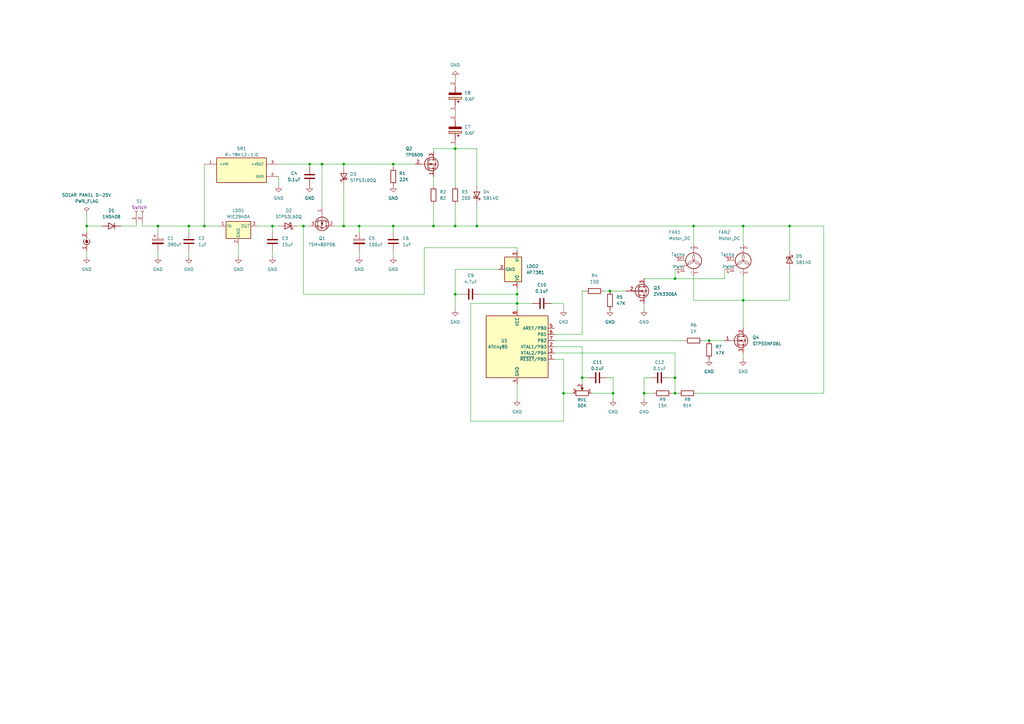
<source format=kicad_sch>
(kicad_sch (version 20211123) (generator eeschema)

  (uuid 3bb8fd4e-79f2-4eea-9364-387020ad7e8e)

  (paper "A3")

  (lib_symbols
    (symbol "Connector:Conn_01x02_Female" (pin_names (offset 1.016) hide) (in_bom yes) (on_board yes)
      (property "Reference" "J" (id 0) (at 0 2.54 0)
        (effects (font (size 1.27 1.27)))
      )
      (property "Value" "Conn_01x02_Female" (id 1) (at 0 -5.08 0)
        (effects (font (size 1.27 1.27)))
      )
      (property "Footprint" "" (id 2) (at 0 0 0)
        (effects (font (size 1.27 1.27)) hide)
      )
      (property "Datasheet" "~" (id 3) (at 0 0 0)
        (effects (font (size 1.27 1.27)) hide)
      )
      (property "ki_keywords" "connector" (id 4) (at 0 0 0)
        (effects (font (size 1.27 1.27)) hide)
      )
      (property "ki_description" "Generic connector, single row, 01x02, script generated (kicad-library-utils/schlib/autogen/connector/)" (id 5) (at 0 0 0)
        (effects (font (size 1.27 1.27)) hide)
      )
      (property "ki_fp_filters" "Connector*:*_1x??_*" (id 6) (at 0 0 0)
        (effects (font (size 1.27 1.27)) hide)
      )
      (symbol "Conn_01x02_Female_1_1"
        (arc (start 0 -2.032) (mid -0.508 -2.54) (end 0 -3.048)
          (stroke (width 0.1524) (type default) (color 0 0 0 0))
          (fill (type none))
        )
        (polyline
          (pts
            (xy -1.27 -2.54)
            (xy -0.508 -2.54)
          )
          (stroke (width 0.1524) (type default) (color 0 0 0 0))
          (fill (type none))
        )
        (polyline
          (pts
            (xy -1.27 0)
            (xy -0.508 0)
          )
          (stroke (width 0.1524) (type default) (color 0 0 0 0))
          (fill (type none))
        )
        (arc (start 0 0.508) (mid -0.508 0) (end 0 -0.508)
          (stroke (width 0.1524) (type default) (color 0 0 0 0))
          (fill (type none))
        )
        (pin passive line (at -5.08 0 0) (length 3.81)
          (name "Pin_1" (effects (font (size 1.27 1.27))))
          (number "1" (effects (font (size 1.27 1.27))))
        )
        (pin passive line (at -5.08 -2.54 0) (length 3.81)
          (name "Pin_2" (effects (font (size 1.27 1.27))))
          (number "2" (effects (font (size 1.27 1.27))))
        )
      )
    )
    (symbol "Connector:Conn_Coaxial_Power" (pin_names (offset 1.016) hide) (in_bom yes) (on_board yes)
      (property "Reference" "POWER1" (id 0) (at 2.54 -0.2539 0)
        (effects (font (size 1.27 1.27)) (justify left) hide)
      )
      (property "Value" "SOLAR PANEL 0-23V" (id 1) (at -13.97 19.05 0)
        (effects (font (size 1.27 1.27)) (justify left))
      )
      (property "Footprint" "components:TerminalBlock_RND_205-00045_1x02_P5.00mm_Horizontal" (id 2) (at 0 -1.27 0)
        (effects (font (size 1.27 1.27)) hide)
      )
      (property "Datasheet" "~" (id 3) (at 0 -1.27 0)
        (effects (font (size 1.27 1.27)) hide)
      )
      (property "ki_keywords" "BNC SMA SMB SMC LEMO coaxial connector CINCH RCA" (id 4) (at 0 0 0)
        (effects (font (size 1.27 1.27)) hide)
      )
      (property "ki_description" "coaxial connector (BNC, SMA, SMB, SMC, Cinch/RCA, LEMO, ...)" (id 5) (at 0 0 0)
        (effects (font (size 1.27 1.27)) hide)
      )
      (property "ki_fp_filters" "*BNC* *SMA* *SMB* *SMC* *Cinch* *LEMO*" (id 6) (at 0 0 0)
        (effects (font (size 1.27 1.27)) hide)
      )
      (symbol "Conn_Coaxial_Power_0_1"
        (arc (start -1.27 -1.27) (mid 0 -2.54) (end 1.27 -1.27)
          (stroke (width 0.254) (type default) (color 0 0 0 0))
          (fill (type none))
        )
        (arc (start -1.016 -0.508) (mid -1.2048 -0.8684) (end -1.27 -1.27)
          (stroke (width 0.254) (type default) (color 0 0 0 0))
          (fill (type none))
        )
        (circle (center 0 -1.27) (radius 0.508)
          (stroke (width 0.2032) (type default) (color 0 0 0 0))
          (fill (type outline))
        )
        (polyline
          (pts
            (xy 0 -2.54)
            (xy 0 -3.048)
          )
          (stroke (width 0) (type default) (color 0 0 0 0))
          (fill (type none))
        )
        (polyline
          (pts
            (xy 0 0)
            (xy 0 -1.27)
          )
          (stroke (width 0) (type default) (color 0 0 0 0))
          (fill (type none))
        )
        (arc (start 1.27 -1.27) (mid 1.2048 -0.8684) (end 1.016 -0.508)
          (stroke (width 0.254) (type default) (color 0 0 0 0))
          (fill (type none))
        )
      )
      (symbol "Conn_Coaxial_Power_1_1"
        (pin passive line (at 0 -5.08 90) (length 2.54)
          (name "Ext" (effects (font (size 1.27 1.27))))
          (number "1" (effects (font (size 1.27 1.27))))
        )
        (pin passive line (at 0 2.54 270) (length 2.54)
          (name "In" (effects (font (size 1.27 1.27))))
          (number "2" (effects (font (size 1.27 1.27))))
        )
      )
    )
    (symbol "Device:C" (pin_numbers hide) (pin_names (offset 0.254)) (in_bom yes) (on_board yes)
      (property "Reference" "C" (id 0) (at 0.635 2.54 0)
        (effects (font (size 1.27 1.27)) (justify left))
      )
      (property "Value" "C" (id 1) (at 0.635 -2.54 0)
        (effects (font (size 1.27 1.27)) (justify left))
      )
      (property "Footprint" "" (id 2) (at 0.9652 -3.81 0)
        (effects (font (size 1.27 1.27)) hide)
      )
      (property "Datasheet" "~" (id 3) (at 0 0 0)
        (effects (font (size 1.27 1.27)) hide)
      )
      (property "ki_keywords" "cap capacitor" (id 4) (at 0 0 0)
        (effects (font (size 1.27 1.27)) hide)
      )
      (property "ki_description" "Unpolarized capacitor" (id 5) (at 0 0 0)
        (effects (font (size 1.27 1.27)) hide)
      )
      (property "ki_fp_filters" "C_*" (id 6) (at 0 0 0)
        (effects (font (size 1.27 1.27)) hide)
      )
      (symbol "C_0_1"
        (polyline
          (pts
            (xy -2.032 -0.762)
            (xy 2.032 -0.762)
          )
          (stroke (width 0.508) (type default) (color 0 0 0 0))
          (fill (type none))
        )
        (polyline
          (pts
            (xy -2.032 0.762)
            (xy 2.032 0.762)
          )
          (stroke (width 0.508) (type default) (color 0 0 0 0))
          (fill (type none))
        )
      )
      (symbol "C_1_1"
        (pin passive line (at 0 3.81 270) (length 2.794)
          (name "~" (effects (font (size 1.27 1.27))))
          (number "1" (effects (font (size 1.27 1.27))))
        )
        (pin passive line (at 0 -3.81 90) (length 2.794)
          (name "~" (effects (font (size 1.27 1.27))))
          (number "2" (effects (font (size 1.27 1.27))))
        )
      )
    )
    (symbol "Device:C_Polarized" (pin_numbers hide) (pin_names (offset 0.254)) (in_bom yes) (on_board yes)
      (property "Reference" "C" (id 0) (at 0.635 2.54 0)
        (effects (font (size 1.27 1.27)) (justify left))
      )
      (property "Value" "C_Polarized" (id 1) (at 0.635 -2.54 0)
        (effects (font (size 1.27 1.27)) (justify left))
      )
      (property "Footprint" "" (id 2) (at 0.9652 -3.81 0)
        (effects (font (size 1.27 1.27)) hide)
      )
      (property "Datasheet" "~" (id 3) (at 0 0 0)
        (effects (font (size 1.27 1.27)) hide)
      )
      (property "ki_keywords" "cap capacitor" (id 4) (at 0 0 0)
        (effects (font (size 1.27 1.27)) hide)
      )
      (property "ki_description" "Polarized capacitor" (id 5) (at 0 0 0)
        (effects (font (size 1.27 1.27)) hide)
      )
      (property "ki_fp_filters" "CP_*" (id 6) (at 0 0 0)
        (effects (font (size 1.27 1.27)) hide)
      )
      (symbol "C_Polarized_0_1"
        (rectangle (start -2.286 0.508) (end 2.286 1.016)
          (stroke (width 0) (type default) (color 0 0 0 0))
          (fill (type none))
        )
        (polyline
          (pts
            (xy -1.778 2.286)
            (xy -0.762 2.286)
          )
          (stroke (width 0) (type default) (color 0 0 0 0))
          (fill (type none))
        )
        (polyline
          (pts
            (xy -1.27 2.794)
            (xy -1.27 1.778)
          )
          (stroke (width 0) (type default) (color 0 0 0 0))
          (fill (type none))
        )
        (rectangle (start 2.286 -0.508) (end -2.286 -1.016)
          (stroke (width 0) (type default) (color 0 0 0 0))
          (fill (type outline))
        )
      )
      (symbol "C_Polarized_1_1"
        (pin passive line (at 0 3.81 270) (length 2.794)
          (name "~" (effects (font (size 1.27 1.27))))
          (number "1" (effects (font (size 1.27 1.27))))
        )
        (pin passive line (at 0 -3.81 90) (length 2.794)
          (name "~" (effects (font (size 1.27 1.27))))
          (number "2" (effects (font (size 1.27 1.27))))
        )
      )
    )
    (symbol "Device:Q_NMOS_GDS" (pin_names (offset 0) hide) (in_bom yes) (on_board yes)
      (property "Reference" "Q" (id 0) (at 5.08 1.27 0)
        (effects (font (size 1.27 1.27)) (justify left))
      )
      (property "Value" "Q_NMOS_GDS" (id 1) (at 5.08 -1.27 0)
        (effects (font (size 1.27 1.27)) (justify left))
      )
      (property "Footprint" "" (id 2) (at 5.08 2.54 0)
        (effects (font (size 1.27 1.27)) hide)
      )
      (property "Datasheet" "~" (id 3) (at 0 0 0)
        (effects (font (size 1.27 1.27)) hide)
      )
      (property "ki_keywords" "transistor NMOS N-MOS N-MOSFET" (id 4) (at 0 0 0)
        (effects (font (size 1.27 1.27)) hide)
      )
      (property "ki_description" "N-MOSFET transistor, gate/drain/source" (id 5) (at 0 0 0)
        (effects (font (size 1.27 1.27)) hide)
      )
      (symbol "Q_NMOS_GDS_0_1"
        (polyline
          (pts
            (xy 0.254 0)
            (xy -2.54 0)
          )
          (stroke (width 0) (type default) (color 0 0 0 0))
          (fill (type none))
        )
        (polyline
          (pts
            (xy 0.254 1.905)
            (xy 0.254 -1.905)
          )
          (stroke (width 0.254) (type default) (color 0 0 0 0))
          (fill (type none))
        )
        (polyline
          (pts
            (xy 0.762 -1.27)
            (xy 0.762 -2.286)
          )
          (stroke (width 0.254) (type default) (color 0 0 0 0))
          (fill (type none))
        )
        (polyline
          (pts
            (xy 0.762 0.508)
            (xy 0.762 -0.508)
          )
          (stroke (width 0.254) (type default) (color 0 0 0 0))
          (fill (type none))
        )
        (polyline
          (pts
            (xy 0.762 2.286)
            (xy 0.762 1.27)
          )
          (stroke (width 0.254) (type default) (color 0 0 0 0))
          (fill (type none))
        )
        (polyline
          (pts
            (xy 2.54 2.54)
            (xy 2.54 1.778)
          )
          (stroke (width 0) (type default) (color 0 0 0 0))
          (fill (type none))
        )
        (polyline
          (pts
            (xy 2.54 -2.54)
            (xy 2.54 0)
            (xy 0.762 0)
          )
          (stroke (width 0) (type default) (color 0 0 0 0))
          (fill (type none))
        )
        (polyline
          (pts
            (xy 0.762 -1.778)
            (xy 3.302 -1.778)
            (xy 3.302 1.778)
            (xy 0.762 1.778)
          )
          (stroke (width 0) (type default) (color 0 0 0 0))
          (fill (type none))
        )
        (polyline
          (pts
            (xy 1.016 0)
            (xy 2.032 0.381)
            (xy 2.032 -0.381)
            (xy 1.016 0)
          )
          (stroke (width 0) (type default) (color 0 0 0 0))
          (fill (type outline))
        )
        (polyline
          (pts
            (xy 2.794 0.508)
            (xy 2.921 0.381)
            (xy 3.683 0.381)
            (xy 3.81 0.254)
          )
          (stroke (width 0) (type default) (color 0 0 0 0))
          (fill (type none))
        )
        (polyline
          (pts
            (xy 3.302 0.381)
            (xy 2.921 -0.254)
            (xy 3.683 -0.254)
            (xy 3.302 0.381)
          )
          (stroke (width 0) (type default) (color 0 0 0 0))
          (fill (type none))
        )
        (circle (center 1.651 0) (radius 2.794)
          (stroke (width 0.254) (type default) (color 0 0 0 0))
          (fill (type none))
        )
        (circle (center 2.54 -1.778) (radius 0.254)
          (stroke (width 0) (type default) (color 0 0 0 0))
          (fill (type outline))
        )
        (circle (center 2.54 1.778) (radius 0.254)
          (stroke (width 0) (type default) (color 0 0 0 0))
          (fill (type outline))
        )
      )
      (symbol "Q_NMOS_GDS_1_1"
        (pin input line (at -5.08 0 0) (length 2.54)
          (name "G" (effects (font (size 1.27 1.27))))
          (number "1" (effects (font (size 1.27 1.27))))
        )
        (pin passive line (at 2.54 5.08 270) (length 2.54)
          (name "D" (effects (font (size 1.27 1.27))))
          (number "2" (effects (font (size 1.27 1.27))))
        )
        (pin passive line (at 2.54 -5.08 90) (length 2.54)
          (name "S" (effects (font (size 1.27 1.27))))
          (number "3" (effects (font (size 1.27 1.27))))
        )
      )
    )
    (symbol "Device:Q_NMOS_SGD" (pin_names (offset 0) hide) (in_bom yes) (on_board yes)
      (property "Reference" "Q" (id 0) (at 5.08 1.27 0)
        (effects (font (size 1.27 1.27)) (justify left))
      )
      (property "Value" "Q_NMOS_SGD" (id 1) (at 5.08 -1.27 0)
        (effects (font (size 1.27 1.27)) (justify left))
      )
      (property "Footprint" "" (id 2) (at 5.08 2.54 0)
        (effects (font (size 1.27 1.27)) hide)
      )
      (property "Datasheet" "~" (id 3) (at 0 0 0)
        (effects (font (size 1.27 1.27)) hide)
      )
      (property "ki_keywords" "transistor NMOS N-MOS N-MOSFET" (id 4) (at 0 0 0)
        (effects (font (size 1.27 1.27)) hide)
      )
      (property "ki_description" "N-MOSFET transistor, source/gate/drain" (id 5) (at 0 0 0)
        (effects (font (size 1.27 1.27)) hide)
      )
      (symbol "Q_NMOS_SGD_0_1"
        (polyline
          (pts
            (xy 0.254 0)
            (xy -2.54 0)
          )
          (stroke (width 0) (type default) (color 0 0 0 0))
          (fill (type none))
        )
        (polyline
          (pts
            (xy 0.254 1.905)
            (xy 0.254 -1.905)
          )
          (stroke (width 0.254) (type default) (color 0 0 0 0))
          (fill (type none))
        )
        (polyline
          (pts
            (xy 0.762 -1.27)
            (xy 0.762 -2.286)
          )
          (stroke (width 0.254) (type default) (color 0 0 0 0))
          (fill (type none))
        )
        (polyline
          (pts
            (xy 0.762 0.508)
            (xy 0.762 -0.508)
          )
          (stroke (width 0.254) (type default) (color 0 0 0 0))
          (fill (type none))
        )
        (polyline
          (pts
            (xy 0.762 2.286)
            (xy 0.762 1.27)
          )
          (stroke (width 0.254) (type default) (color 0 0 0 0))
          (fill (type none))
        )
        (polyline
          (pts
            (xy 2.54 2.54)
            (xy 2.54 1.778)
          )
          (stroke (width 0) (type default) (color 0 0 0 0))
          (fill (type none))
        )
        (polyline
          (pts
            (xy 2.54 -2.54)
            (xy 2.54 0)
            (xy 0.762 0)
          )
          (stroke (width 0) (type default) (color 0 0 0 0))
          (fill (type none))
        )
        (polyline
          (pts
            (xy 0.762 -1.778)
            (xy 3.302 -1.778)
            (xy 3.302 1.778)
            (xy 0.762 1.778)
          )
          (stroke (width 0) (type default) (color 0 0 0 0))
          (fill (type none))
        )
        (polyline
          (pts
            (xy 1.016 0)
            (xy 2.032 0.381)
            (xy 2.032 -0.381)
            (xy 1.016 0)
          )
          (stroke (width 0) (type default) (color 0 0 0 0))
          (fill (type outline))
        )
        (polyline
          (pts
            (xy 2.794 0.508)
            (xy 2.921 0.381)
            (xy 3.683 0.381)
            (xy 3.81 0.254)
          )
          (stroke (width 0) (type default) (color 0 0 0 0))
          (fill (type none))
        )
        (polyline
          (pts
            (xy 3.302 0.381)
            (xy 2.921 -0.254)
            (xy 3.683 -0.254)
            (xy 3.302 0.381)
          )
          (stroke (width 0) (type default) (color 0 0 0 0))
          (fill (type none))
        )
        (circle (center 1.651 0) (radius 2.794)
          (stroke (width 0.254) (type default) (color 0 0 0 0))
          (fill (type none))
        )
        (circle (center 2.54 -1.778) (radius 0.254)
          (stroke (width 0) (type default) (color 0 0 0 0))
          (fill (type outline))
        )
        (circle (center 2.54 1.778) (radius 0.254)
          (stroke (width 0) (type default) (color 0 0 0 0))
          (fill (type outline))
        )
      )
      (symbol "Q_NMOS_SGD_1_1"
        (pin passive line (at 2.54 -5.08 90) (length 2.54)
          (name "S" (effects (font (size 1.27 1.27))))
          (number "1" (effects (font (size 1.27 1.27))))
        )
        (pin input line (at -5.08 0 0) (length 5.08)
          (name "G" (effects (font (size 1.27 1.27))))
          (number "2" (effects (font (size 1.27 1.27))))
        )
        (pin passive line (at 2.54 5.08 270) (length 2.54)
          (name "D" (effects (font (size 1.27 1.27))))
          (number "3" (effects (font (size 1.27 1.27))))
        )
      )
    )
    (symbol "Device:Q_PMOS_SGD" (pin_names (offset 0) hide) (in_bom yes) (on_board yes)
      (property "Reference" "Q" (id 0) (at 5.08 1.27 0)
        (effects (font (size 1.27 1.27)) (justify left))
      )
      (property "Value" "Q_PMOS_SGD" (id 1) (at 5.08 -1.27 0)
        (effects (font (size 1.27 1.27)) (justify left))
      )
      (property "Footprint" "" (id 2) (at 5.08 2.54 0)
        (effects (font (size 1.27 1.27)) hide)
      )
      (property "Datasheet" "~" (id 3) (at 0 0 0)
        (effects (font (size 1.27 1.27)) hide)
      )
      (property "ki_keywords" "transistor PMOS P-MOS P-MOSFET" (id 4) (at 0 0 0)
        (effects (font (size 1.27 1.27)) hide)
      )
      (property "ki_description" "P-MOSFET transistor, source/gate/drain" (id 5) (at 0 0 0)
        (effects (font (size 1.27 1.27)) hide)
      )
      (symbol "Q_PMOS_SGD_0_1"
        (polyline
          (pts
            (xy 0.254 0)
            (xy -2.54 0)
          )
          (stroke (width 0) (type default) (color 0 0 0 0))
          (fill (type none))
        )
        (polyline
          (pts
            (xy 0.254 1.905)
            (xy 0.254 -1.905)
          )
          (stroke (width 0.254) (type default) (color 0 0 0 0))
          (fill (type none))
        )
        (polyline
          (pts
            (xy 0.762 -1.27)
            (xy 0.762 -2.286)
          )
          (stroke (width 0.254) (type default) (color 0 0 0 0))
          (fill (type none))
        )
        (polyline
          (pts
            (xy 0.762 0.508)
            (xy 0.762 -0.508)
          )
          (stroke (width 0.254) (type default) (color 0 0 0 0))
          (fill (type none))
        )
        (polyline
          (pts
            (xy 0.762 2.286)
            (xy 0.762 1.27)
          )
          (stroke (width 0.254) (type default) (color 0 0 0 0))
          (fill (type none))
        )
        (polyline
          (pts
            (xy 2.54 2.54)
            (xy 2.54 1.778)
          )
          (stroke (width 0) (type default) (color 0 0 0 0))
          (fill (type none))
        )
        (polyline
          (pts
            (xy 2.54 -2.54)
            (xy 2.54 0)
            (xy 0.762 0)
          )
          (stroke (width 0) (type default) (color 0 0 0 0))
          (fill (type none))
        )
        (polyline
          (pts
            (xy 0.762 1.778)
            (xy 3.302 1.778)
            (xy 3.302 -1.778)
            (xy 0.762 -1.778)
          )
          (stroke (width 0) (type default) (color 0 0 0 0))
          (fill (type none))
        )
        (polyline
          (pts
            (xy 2.286 0)
            (xy 1.27 0.381)
            (xy 1.27 -0.381)
            (xy 2.286 0)
          )
          (stroke (width 0) (type default) (color 0 0 0 0))
          (fill (type outline))
        )
        (polyline
          (pts
            (xy 2.794 -0.508)
            (xy 2.921 -0.381)
            (xy 3.683 -0.381)
            (xy 3.81 -0.254)
          )
          (stroke (width 0) (type default) (color 0 0 0 0))
          (fill (type none))
        )
        (polyline
          (pts
            (xy 3.302 -0.381)
            (xy 2.921 0.254)
            (xy 3.683 0.254)
            (xy 3.302 -0.381)
          )
          (stroke (width 0) (type default) (color 0 0 0 0))
          (fill (type none))
        )
        (circle (center 1.651 0) (radius 2.794)
          (stroke (width 0.254) (type default) (color 0 0 0 0))
          (fill (type none))
        )
        (circle (center 2.54 -1.778) (radius 0.254)
          (stroke (width 0) (type default) (color 0 0 0 0))
          (fill (type outline))
        )
        (circle (center 2.54 1.778) (radius 0.254)
          (stroke (width 0) (type default) (color 0 0 0 0))
          (fill (type outline))
        )
      )
      (symbol "Q_PMOS_SGD_1_1"
        (pin passive line (at 2.54 -5.08 90) (length 2.54)
          (name "S" (effects (font (size 1.27 1.27))))
          (number "1" (effects (font (size 1.27 1.27))))
        )
        (pin input line (at -5.08 0 0) (length 2.54)
          (name "G" (effects (font (size 1.27 1.27))))
          (number "2" (effects (font (size 1.27 1.27))))
        )
        (pin passive line (at 2.54 5.08 270) (length 2.54)
          (name "D" (effects (font (size 1.27 1.27))))
          (number "3" (effects (font (size 1.27 1.27))))
        )
      )
    )
    (symbol "Device:R" (pin_numbers hide) (pin_names (offset 0)) (in_bom yes) (on_board yes)
      (property "Reference" "R" (id 0) (at 2.032 0 90)
        (effects (font (size 1.27 1.27)))
      )
      (property "Value" "R" (id 1) (at 0 0 90)
        (effects (font (size 1.27 1.27)))
      )
      (property "Footprint" "" (id 2) (at -1.778 0 90)
        (effects (font (size 1.27 1.27)) hide)
      )
      (property "Datasheet" "~" (id 3) (at 0 0 0)
        (effects (font (size 1.27 1.27)) hide)
      )
      (property "ki_keywords" "R res resistor" (id 4) (at 0 0 0)
        (effects (font (size 1.27 1.27)) hide)
      )
      (property "ki_description" "Resistor" (id 5) (at 0 0 0)
        (effects (font (size 1.27 1.27)) hide)
      )
      (property "ki_fp_filters" "R_*" (id 6) (at 0 0 0)
        (effects (font (size 1.27 1.27)) hide)
      )
      (symbol "R_0_1"
        (rectangle (start -1.016 -2.54) (end 1.016 2.54)
          (stroke (width 0.254) (type default) (color 0 0 0 0))
          (fill (type none))
        )
      )
      (symbol "R_1_1"
        (pin passive line (at 0 3.81 270) (length 1.27)
          (name "~" (effects (font (size 1.27 1.27))))
          (number "1" (effects (font (size 1.27 1.27))))
        )
        (pin passive line (at 0 -3.81 90) (length 1.27)
          (name "~" (effects (font (size 1.27 1.27))))
          (number "2" (effects (font (size 1.27 1.27))))
        )
      )
    )
    (symbol "Device:R_Potentiometer" (pin_names (offset 1.016) hide) (in_bom yes) (on_board yes)
      (property "Reference" "RV" (id 0) (at -4.445 0 90)
        (effects (font (size 1.27 1.27)))
      )
      (property "Value" "R_Potentiometer" (id 1) (at -2.54 0 90)
        (effects (font (size 1.27 1.27)))
      )
      (property "Footprint" "" (id 2) (at 0 0 0)
        (effects (font (size 1.27 1.27)) hide)
      )
      (property "Datasheet" "~" (id 3) (at 0 0 0)
        (effects (font (size 1.27 1.27)) hide)
      )
      (property "ki_keywords" "resistor variable" (id 4) (at 0 0 0)
        (effects (font (size 1.27 1.27)) hide)
      )
      (property "ki_description" "Potentiometer" (id 5) (at 0 0 0)
        (effects (font (size 1.27 1.27)) hide)
      )
      (property "ki_fp_filters" "Potentiometer*" (id 6) (at 0 0 0)
        (effects (font (size 1.27 1.27)) hide)
      )
      (symbol "R_Potentiometer_0_1"
        (polyline
          (pts
            (xy 2.54 0)
            (xy 1.524 0)
          )
          (stroke (width 0) (type default) (color 0 0 0 0))
          (fill (type none))
        )
        (polyline
          (pts
            (xy 1.143 0)
            (xy 2.286 0.508)
            (xy 2.286 -0.508)
            (xy 1.143 0)
          )
          (stroke (width 0) (type default) (color 0 0 0 0))
          (fill (type outline))
        )
        (rectangle (start 1.016 2.54) (end -1.016 -2.54)
          (stroke (width 0.254) (type default) (color 0 0 0 0))
          (fill (type none))
        )
      )
      (symbol "R_Potentiometer_1_1"
        (pin passive line (at 0 3.81 270) (length 1.27)
          (name "1" (effects (font (size 1.27 1.27))))
          (number "1" (effects (font (size 1.27 1.27))))
        )
        (pin passive line (at 3.81 0 180) (length 1.27)
          (name "2" (effects (font (size 1.27 1.27))))
          (number "2" (effects (font (size 1.27 1.27))))
        )
        (pin passive line (at 0 -3.81 90) (length 1.27)
          (name "3" (effects (font (size 1.27 1.27))))
          (number "3" (effects (font (size 1.27 1.27))))
        )
      )
    )
    (symbol "Diode:1N5408" (pin_numbers hide) (pin_names hide) (in_bom yes) (on_board yes)
      (property "Reference" "D" (id 0) (at 0 2.54 0)
        (effects (font (size 1.27 1.27)))
      )
      (property "Value" "1N5408" (id 1) (at 0 -2.54 0)
        (effects (font (size 1.27 1.27)))
      )
      (property "Footprint" "Diode_THT:D_DO-201AD_P15.24mm_Horizontal" (id 2) (at 0 -4.445 0)
        (effects (font (size 1.27 1.27)) hide)
      )
      (property "Datasheet" "http://www.vishay.com/docs/88516/1n5400.pdf" (id 3) (at 0 0 0)
        (effects (font (size 1.27 1.27)) hide)
      )
      (property "ki_keywords" "diode" (id 4) (at 0 0 0)
        (effects (font (size 1.27 1.27)) hide)
      )
      (property "ki_description" "1000V 3A General Purpose Rectifier Diode, DO-201AD" (id 5) (at 0 0 0)
        (effects (font (size 1.27 1.27)) hide)
      )
      (property "ki_fp_filters" "D*DO?201AD*" (id 6) (at 0 0 0)
        (effects (font (size 1.27 1.27)) hide)
      )
      (symbol "1N5408_0_1"
        (polyline
          (pts
            (xy -1.27 1.27)
            (xy -1.27 -1.27)
          )
          (stroke (width 0.254) (type default) (color 0 0 0 0))
          (fill (type none))
        )
        (polyline
          (pts
            (xy 1.27 0)
            (xy -1.27 0)
          )
          (stroke (width 0) (type default) (color 0 0 0 0))
          (fill (type none))
        )
        (polyline
          (pts
            (xy 1.27 1.27)
            (xy 1.27 -1.27)
            (xy -1.27 0)
            (xy 1.27 1.27)
          )
          (stroke (width 0.254) (type default) (color 0 0 0 0))
          (fill (type none))
        )
      )
      (symbol "1N5408_1_1"
        (pin passive line (at -3.81 0 0) (length 2.54)
          (name "K" (effects (font (size 1.27 1.27))))
          (number "1" (effects (font (size 1.27 1.27))))
        )
        (pin passive line (at 3.81 0 180) (length 2.54)
          (name "A" (effects (font (size 1.27 1.27))))
          (number "2" (effects (font (size 1.27 1.27))))
        )
      )
    )
    (symbol "Diode:1N5817" (pin_numbers hide) (pin_names (offset 1.016) hide) (in_bom yes) (on_board yes)
      (property "Reference" "D" (id 0) (at 0 2.54 0)
        (effects (font (size 1.27 1.27)))
      )
      (property "Value" "1N5817" (id 1) (at 0 -2.54 0)
        (effects (font (size 1.27 1.27)))
      )
      (property "Footprint" "Diode_THT:D_DO-41_SOD81_P10.16mm_Horizontal" (id 2) (at 0 -4.445 0)
        (effects (font (size 1.27 1.27)) hide)
      )
      (property "Datasheet" "http://www.vishay.com/docs/88525/1n5817.pdf" (id 3) (at 0 0 0)
        (effects (font (size 1.27 1.27)) hide)
      )
      (property "ki_keywords" "diode Schottky" (id 4) (at 0 0 0)
        (effects (font (size 1.27 1.27)) hide)
      )
      (property "ki_description" "20V 1A Schottky Barrier Rectifier Diode, DO-41" (id 5) (at 0 0 0)
        (effects (font (size 1.27 1.27)) hide)
      )
      (property "ki_fp_filters" "D*DO?41*" (id 6) (at 0 0 0)
        (effects (font (size 1.27 1.27)) hide)
      )
      (symbol "1N5817_0_1"
        (polyline
          (pts
            (xy 1.27 0)
            (xy -1.27 0)
          )
          (stroke (width 0) (type default) (color 0 0 0 0))
          (fill (type none))
        )
        (polyline
          (pts
            (xy 1.27 1.27)
            (xy 1.27 -1.27)
            (xy -1.27 0)
            (xy 1.27 1.27)
          )
          (stroke (width 0.254) (type default) (color 0 0 0 0))
          (fill (type none))
        )
        (polyline
          (pts
            (xy -1.905 0.635)
            (xy -1.905 1.27)
            (xy -1.27 1.27)
            (xy -1.27 -1.27)
            (xy -0.635 -1.27)
            (xy -0.635 -0.635)
          )
          (stroke (width 0.254) (type default) (color 0 0 0 0))
          (fill (type none))
        )
      )
      (symbol "1N5817_1_1"
        (pin passive line (at -3.81 0 0) (length 2.54)
          (name "K" (effects (font (size 1.27 1.27))))
          (number "1" (effects (font (size 1.27 1.27))))
        )
        (pin passive line (at 3.81 0 180) (length 2.54)
          (name "A" (effects (font (size 1.27 1.27))))
          (number "2" (effects (font (size 1.27 1.27))))
        )
      )
    )
    (symbol "MCU_Microchip_ATtiny:ATtiny85-20P" (in_bom yes) (on_board yes)
      (property "Reference" "U" (id 0) (at -12.7 13.97 0)
        (effects (font (size 1.27 1.27)) (justify left bottom))
      )
      (property "Value" "ATtiny85-20P" (id 1) (at 2.54 -13.97 0)
        (effects (font (size 1.27 1.27)) (justify left top))
      )
      (property "Footprint" "Package_DIP:DIP-8_W7.62mm" (id 2) (at 0 0 0)
        (effects (font (size 1.27 1.27) italic) hide)
      )
      (property "Datasheet" "http://ww1.microchip.com/downloads/en/DeviceDoc/atmel-2586-avr-8-bit-microcontroller-attiny25-attiny45-attiny85_datasheet.pdf" (id 3) (at 0 0 0)
        (effects (font (size 1.27 1.27)) hide)
      )
      (property "ki_keywords" "AVR 8bit Microcontroller tinyAVR" (id 4) (at 0 0 0)
        (effects (font (size 1.27 1.27)) hide)
      )
      (property "ki_description" "20MHz, 8kB Flash, 512B SRAM, 512B EEPROM, debugWIRE, DIP-8" (id 5) (at 0 0 0)
        (effects (font (size 1.27 1.27)) hide)
      )
      (property "ki_fp_filters" "DIP*W7.62mm*" (id 6) (at 0 0 0)
        (effects (font (size 1.27 1.27)) hide)
      )
      (symbol "ATtiny85-20P_0_1"
        (rectangle (start -12.7 -12.7) (end 12.7 12.7)
          (stroke (width 0.254) (type default) (color 0 0 0 0))
          (fill (type background))
        )
      )
      (symbol "ATtiny85-20P_1_1"
        (pin bidirectional line (at 15.24 -5.08 180) (length 2.54)
          (name "~{RESET}/PB5" (effects (font (size 1.27 1.27))))
          (number "1" (effects (font (size 1.27 1.27))))
        )
        (pin bidirectional line (at 15.24 0 180) (length 2.54)
          (name "XTAL1/PB3" (effects (font (size 1.27 1.27))))
          (number "2" (effects (font (size 1.27 1.27))))
        )
        (pin bidirectional line (at 15.24 -2.54 180) (length 2.54)
          (name "XTAL2/PB4" (effects (font (size 1.27 1.27))))
          (number "3" (effects (font (size 1.27 1.27))))
        )
        (pin power_in line (at 0 -15.24 90) (length 2.54)
          (name "GND" (effects (font (size 1.27 1.27))))
          (number "4" (effects (font (size 1.27 1.27))))
        )
        (pin bidirectional line (at 15.24 7.62 180) (length 2.54)
          (name "AREF/PB0" (effects (font (size 1.27 1.27))))
          (number "5" (effects (font (size 1.27 1.27))))
        )
        (pin bidirectional line (at 15.24 5.08 180) (length 2.54)
          (name "PB1" (effects (font (size 1.27 1.27))))
          (number "6" (effects (font (size 1.27 1.27))))
        )
        (pin bidirectional line (at 15.24 2.54 180) (length 2.54)
          (name "PB2" (effects (font (size 1.27 1.27))))
          (number "7" (effects (font (size 1.27 1.27))))
        )
        (pin power_in line (at 0 15.24 270) (length 2.54)
          (name "VCC" (effects (font (size 1.27 1.27))))
          (number "8" (effects (font (size 1.27 1.27))))
        )
      )
    )
    (symbol "Motor:Fan_4pin" (pin_names (offset 0)) (in_bom yes) (on_board yes)
      (property "Reference" "M" (id 0) (at 2.54 5.08 0)
        (effects (font (size 1.27 1.27)) (justify left))
      )
      (property "Value" "Fan_4pin" (id 1) (at 2.54 -2.54 0)
        (effects (font (size 1.27 1.27)) (justify left top))
      )
      (property "Footprint" "" (id 2) (at 0 0.254 0)
        (effects (font (size 1.27 1.27)) hide)
      )
      (property "Datasheet" "http://www.formfactors.org/developer%5Cspecs%5Crev1_2_public.pdf" (id 3) (at 0 0.254 0)
        (effects (font (size 1.27 1.27)) hide)
      )
      (property "ki_keywords" "Fan Motor tacho PWM" (id 4) (at 0 0 0)
        (effects (font (size 1.27 1.27)) hide)
      )
      (property "ki_description" "Fan, tacho output, PWM input, 4-pin connector" (id 5) (at 0 0 0)
        (effects (font (size 1.27 1.27)) hide)
      )
      (property "ki_fp_filters" "FanPinHeader*P2.54mm*Vertical* PinHeader*P2.54mm*Vertical* TerminalBlock*" (id 6) (at 0 0 0)
        (effects (font (size 1.27 1.27)) hide)
      )
      (symbol "Fan_4pin_0_0"
        (arc (start -5.588 1.524) (mid -5.08 1.016) (end -4.572 1.524)
          (stroke (width 0) (type default) (color 0 0 0 0))
          (fill (type none))
        )
        (arc (start -5.08 2.032) (mid -5.4392 1.8832) (end -5.588 1.524)
          (stroke (width 0) (type default) (color 0 0 0 0))
          (fill (type none))
        )
        (polyline
          (pts
            (xy -5.08 2.032)
            (xy -5.334 2.159)
          )
          (stroke (width 0) (type default) (color 0 0 0 0))
          (fill (type none))
        )
        (polyline
          (pts
            (xy -5.08 2.032)
            (xy -5.207 1.778)
          )
          (stroke (width 0) (type default) (color 0 0 0 0))
          (fill (type none))
        )
        (polyline
          (pts
            (xy -4.064 2.54)
            (xy -4.064 1.016)
            (xy -3.302 1.016)
          )
          (stroke (width 0) (type default) (color 0 0 0 0))
          (fill (type none))
        )
      )
      (symbol "Fan_4pin_0_1"
        (arc (start -2.54 -0.508) (mid 0.0028 0.9121) (end 0 3.81)
          (stroke (width 0) (type default) (color 0 0 0 0))
          (fill (type none))
        )
        (polyline
          (pts
            (xy -4.064 2.54)
            (xy -5.08 2.54)
          )
          (stroke (width 0) (type default) (color 0 0 0 0))
          (fill (type none))
        )
        (polyline
          (pts
            (xy 0 -5.08)
            (xy 0 -4.572)
          )
          (stroke (width 0) (type default) (color 0 0 0 0))
          (fill (type none))
        )
        (polyline
          (pts
            (xy 0 -2.2352)
            (xy 0 -2.6416)
          )
          (stroke (width 0) (type default) (color 0 0 0 0))
          (fill (type none))
        )
        (polyline
          (pts
            (xy 0 4.2672)
            (xy 0 4.6228)
          )
          (stroke (width 0) (type default) (color 0 0 0 0))
          (fill (type none))
        )
        (polyline
          (pts
            (xy 0 4.572)
            (xy 0 5.08)
          )
          (stroke (width 0) (type default) (color 0 0 0 0))
          (fill (type none))
        )
        (polyline
          (pts
            (xy -2.54 -1.016)
            (xy -4.064 -1.016)
            (xy -4.064 -2.54)
            (xy -5.08 -2.54)
          )
          (stroke (width 0) (type default) (color 0 0 0 0))
          (fill (type none))
        )
        (polyline
          (pts
            (xy -5.334 -3.302)
            (xy -5.08 -3.302)
            (xy -5.08 -3.048)
            (xy -4.826 -3.048)
            (xy -4.826 -3.302)
            (xy -4.318 -3.302)
            (xy -4.318 -3.048)
            (xy -4.064 -3.048)
            (xy -4.064 -3.302)
            (xy -3.556 -3.302)
          )
          (stroke (width 0) (type default) (color 0 0 0 0))
          (fill (type none))
        )
        (circle (center 0 1.016) (radius 3.2512)
          (stroke (width 0.254) (type default) (color 0 0 0 0))
          (fill (type none))
        )
        (arc (start 0 3.81) (mid 0.053 0.921) (end 2.54 -0.508)
          (stroke (width 0) (type default) (color 0 0 0 0))
          (fill (type none))
        )
        (arc (start 2.54 -0.508) (mid 0 1.0618) (end -2.54 -0.508)
          (stroke (width 0) (type default) (color 0 0 0 0))
          (fill (type none))
        )
      )
      (symbol "Fan_4pin_1_1"
        (pin passive line (at 0 -5.08 90) (length 2.54)
          (name "-" (effects (font (size 1.27 1.27))))
          (number "1" (effects (font (size 1.27 1.27))))
        )
        (pin passive line (at 0 7.62 270) (length 2.54)
          (name "+" (effects (font (size 1.27 1.27))))
          (number "2" (effects (font (size 1.27 1.27))))
        )
        (pin passive line (at -7.62 2.54 0) (length 2.54)
          (name "Tacho" (effects (font (size 1.27 1.27))))
          (number "3" (effects (font (size 1.27 1.27))))
        )
        (pin input line (at -7.62 -2.54 0) (length 2.54)
          (name "PWM" (effects (font (size 1.27 1.27))))
          (number "4" (effects (font (size 1.27 1.27))))
        )
      )
    )
    (symbol "R-78K12-1.0:R-78K12-1.0" (pin_names (offset 1.016)) (in_bom yes) (on_board yes)
      (property "Reference" "PS" (id 0) (at -10.16 5.842 0)
        (effects (font (size 1.27 1.27)) (justify left bottom))
      )
      (property "Value" "R-78K12-1.0" (id 1) (at -10.16 -7.62 0)
        (effects (font (size 1.27 1.27)) (justify left bottom))
      )
      (property "Footprint" "R-78K12-1.0:CONV_R-78K12-1.0" (id 2) (at 0 0 0)
        (effects (font (size 1.27 1.27)) (justify bottom) hide)
      )
      (property "Datasheet" "" (id 3) (at 0 0 0)
        (effects (font (size 1.27 1.27)) hide)
      )
      (property "PARTREV" "0/2023" (id 4) (at 0 0 0)
        (effects (font (size 1.27 1.27)) (justify bottom) hide)
      )
      (property "SNAPEDA_PN" "R-78K5.0-1.0" (id 5) (at 0 0 0)
        (effects (font (size 1.27 1.27)) (justify bottom) hide)
      )
      (property "MANUFACTURER" "Recom Power" (id 6) (at 0 0 0)
        (effects (font (size 1.27 1.27)) (justify bottom) hide)
      )
      (property "MAXIMUM_PACKAGE_HEIGHT" "10.7mm" (id 7) (at 0 0 0)
        (effects (font (size 1.27 1.27)) (justify bottom) hide)
      )
      (property "STANDARD" "IPC-7351B" (id 8) (at 0 0 0)
        (effects (font (size 1.27 1.27)) (justify bottom) hide)
      )
      (symbol "R-78K12-1.0_0_0"
        (rectangle (start -10.16 -5.08) (end 10.16 5.08)
          (stroke (width 0.254) (type default) (color 0 0 0 0))
          (fill (type background))
        )
        (pin input line (at -15.24 2.54 0) (length 5.08)
          (name "+VIN" (effects (font (size 1.016 1.016))))
          (number "1" (effects (font (size 1.016 1.016))))
        )
        (pin power_in line (at 15.24 -2.54 180) (length 5.08)
          (name "GND" (effects (font (size 1.016 1.016))))
          (number "2" (effects (font (size 1.016 1.016))))
        )
        (pin output line (at 15.24 2.54 180) (length 5.08)
          (name "+VOUT" (effects (font (size 1.016 1.016))))
          (number "3" (effects (font (size 1.016 1.016))))
        )
      )
    )
    (symbol "Regulator_Linear:AP7384-50V" (pin_names (offset 0.254)) (in_bom yes) (on_board yes)
      (property "Reference" "U" (id 0) (at -3.81 3.175 0)
        (effects (font (size 1.27 1.27)))
      )
      (property "Value" "AP7384-50V" (id 1) (at 0 3.175 0)
        (effects (font (size 1.27 1.27)) (justify left))
      )
      (property "Footprint" "Package_TO_SOT_THT:TO-92_Inline_Wide" (id 2) (at 0 5.715 0)
        (effects (font (size 1.27 1.27) italic) hide)
      )
      (property "Datasheet" "https://www.diodes.com/assets/Datasheets/AP7384.pdf" (id 3) (at 0 0 0)
        (effects (font (size 1.27 1.27)) hide)
      )
      (property "ki_keywords" "50mA LDO Regulator Fixed Positive" (id 4) (at 0 0 0)
        (effects (font (size 1.27 1.27)) hide)
      )
      (property "ki_description" "50mA Low Dropout Voltage Regulator, Fixed Output 5V, Wide Input Voltage Range 40V, TO-92" (id 5) (at 0 0 0)
        (effects (font (size 1.27 1.27)) hide)
      )
      (property "ki_fp_filters" "TO?92*" (id 6) (at 0 0 0)
        (effects (font (size 1.27 1.27)) hide)
      )
      (symbol "AP7384-50V_0_1"
        (rectangle (start -5.08 1.905) (end 5.08 -5.08)
          (stroke (width 0.254) (type default) (color 0 0 0 0))
          (fill (type background))
        )
      )
      (symbol "AP7384-50V_1_1"
        (pin power_out line (at 7.62 0 180) (length 2.54)
          (name "VO" (effects (font (size 1.27 1.27))))
          (number "1" (effects (font (size 1.27 1.27))))
        )
        (pin power_in line (at 0 -7.62 90) (length 2.54)
          (name "GND" (effects (font (size 1.27 1.27))))
          (number "2" (effects (font (size 1.27 1.27))))
        )
        (pin power_in line (at -7.62 0 0) (length 2.54)
          (name "VI" (effects (font (size 1.27 1.27))))
          (number "3" (effects (font (size 1.27 1.27))))
        )
      )
    )
    (symbol "Regulator_Linear:L7812" (pin_names (offset 0.254)) (in_bom yes) (on_board yes)
      (property "Reference" "U" (id 0) (at -3.81 3.175 0)
        (effects (font (size 1.27 1.27)))
      )
      (property "Value" "L7812" (id 1) (at 0 3.175 0)
        (effects (font (size 1.27 1.27)) (justify left))
      )
      (property "Footprint" "" (id 2) (at 0.635 -3.81 0)
        (effects (font (size 1.27 1.27) italic) (justify left) hide)
      )
      (property "Datasheet" "http://www.st.com/content/ccc/resource/technical/document/datasheet/41/4f/b3/b0/12/d4/47/88/CD00000444.pdf/files/CD00000444.pdf/jcr:content/translations/en.CD00000444.pdf" (id 3) (at 0 -1.27 0)
        (effects (font (size 1.27 1.27)) hide)
      )
      (property "ki_keywords" "Voltage Regulator 1.5A Positive" (id 4) (at 0 0 0)
        (effects (font (size 1.27 1.27)) hide)
      )
      (property "ki_description" "Positive 1.5A 35V Linear Regulator, Fixed Output 12V, TO-220/TO-263/TO-252" (id 5) (at 0 0 0)
        (effects (font (size 1.27 1.27)) hide)
      )
      (property "ki_fp_filters" "TO?252* TO?263* TO?220*" (id 6) (at 0 0 0)
        (effects (font (size 1.27 1.27)) hide)
      )
      (symbol "L7812_0_1"
        (rectangle (start -5.08 1.905) (end 5.08 -5.08)
          (stroke (width 0.254) (type default) (color 0 0 0 0))
          (fill (type background))
        )
      )
      (symbol "L7812_1_1"
        (pin power_in line (at -7.62 0 0) (length 2.54)
          (name "IN" (effects (font (size 1.27 1.27))))
          (number "1" (effects (font (size 1.27 1.27))))
        )
        (pin power_in line (at 0 -7.62 90) (length 2.54)
          (name "GND" (effects (font (size 1.27 1.27))))
          (number "2" (effects (font (size 1.27 1.27))))
        )
        (pin power_out line (at 7.62 0 180) (length 2.54)
          (name "OUT" (effects (font (size 1.27 1.27))))
          (number "3" (effects (font (size 1.27 1.27))))
        )
      )
    )
    (symbol "SCMR14L334SSBB0:SCMR14L334SSBB0" (pin_names hide) (in_bom yes) (on_board yes)
      (property "Reference" "" (id 0) (at 0 0 0)
        (effects (font (size 1.27 1.27)))
      )
      (property "Value" "SCMR14L334SSBB0" (id 1) (at 0 0 0)
        (effects (font (size 1.27 1.27)))
      )
      (property "Footprint" "" (id 2) (at 0 0 0)
        (effects (font (size 1.27 1.27)) hide)
      )
      (property "Datasheet" "" (id 3) (at 0 0 0)
        (effects (font (size 1.27 1.27)) hide)
      )
      (property "Reference_1" "C" (id 4) (at 8.89 6.35 0)
        (effects (font (size 1.27 1.27)) (justify left top))
      )
      (property "Value_1" "SCMR14L334SSBB0" (id 5) (at 8.89 3.81 0)
        (effects (font (size 1.27 1.27)) (justify left top))
      )
      (property "Footprint_1" "SCMR14L334SSBB0" (id 6) (at 8.89 -96.19 0)
        (effects (font (size 1.27 1.27)) (justify left top) hide)
      )
      (property "Datasheet_1" "https://datasheets.kyocera-avx.com/AVX-SCM.pdf" (id 7) (at 8.89 -196.19 0)
        (effects (font (size 1.27 1.27)) (justify left top) hide)
      )
      (property "Height" "18" (id 8) (at 8.89 -396.19 0)
        (effects (font (size 1.27 1.27)) (justify left top) hide)
      )
      (property "Manufacturer_Name" "Kyocera AVX" (id 9) (at 8.89 -496.19 0)
        (effects (font (size 1.27 1.27)) (justify left top) hide)
      )
      (property "Manufacturer_Part_Number" "SCMR14L334SSBB0" (id 10) (at 8.89 -596.19 0)
        (effects (font (size 1.27 1.27)) (justify left top) hide)
      )
      (property "Mouser Part Number" "581-SCMR14L334SSBB0" (id 11) (at 8.89 -696.19 0)
        (effects (font (size 1.27 1.27)) (justify left top) hide)
      )
      (property "Mouser Price/Stock" "https://www.mouser.com/Search/Refine.aspx?Keyword=581-SCMR14L334SSBB0" (id 12) (at 8.89 -796.19 0)
        (effects (font (size 1.27 1.27)) (justify left top) hide)
      )
      (property "Arrow Part Number" "SCMR14L334SSBB0" (id 13) (at 8.89 -896.19 0)
        (effects (font (size 1.27 1.27)) (justify left top) hide)
      )
      (property "Arrow Price/Stock" "https://www.arrow.com/en/products/scmr14l334ssbb0/avx" (id 14) (at 8.89 -996.19 0)
        (effects (font (size 1.27 1.27)) (justify left top) hide)
      )
      (property "ki_description" "330 mF (EDLC) Supercapacitor 9 V Radial, Can 500mOhm @ 1kHz 1000 Hrs @ 65C" (id 15) (at 0 0 0)
        (effects (font (size 1.27 1.27)) hide)
      )
      (symbol "SCMR14L334SSBB0_1_1"
        (polyline
          (pts
            (xy 2.54 0)
            (xy 5.08 0)
          )
          (stroke (width 0.254) (type default) (color 0 0 0 0))
          (fill (type none))
        )
        (polyline
          (pts
            (xy 4.064 1.778)
            (xy 4.064 0.762)
          )
          (stroke (width 0.254) (type default) (color 0 0 0 0))
          (fill (type none))
        )
        (polyline
          (pts
            (xy 4.572 1.27)
            (xy 3.556 1.27)
          )
          (stroke (width 0.254) (type default) (color 0 0 0 0))
          (fill (type none))
        )
        (polyline
          (pts
            (xy 7.62 0)
            (xy 10.16 0)
          )
          (stroke (width 0.254) (type default) (color 0 0 0 0))
          (fill (type none))
        )
        (polyline
          (pts
            (xy 7.62 2.54)
            (xy 7.62 -2.54)
            (xy 6.858 -2.54)
            (xy 6.858 2.54)
            (xy 7.62 2.54)
          )
          (stroke (width 0.254) (type default) (color 0 0 0 0))
          (fill (type outline))
        )
        (rectangle (start 5.08 2.54) (end 5.842 -2.54)
          (stroke (width 0.254) (type default) (color 0 0 0 0))
          (fill (type background))
        )
        (pin passive line (at 0 0 0) (length 2.54)
          (name "+" (effects (font (size 1.27 1.27))))
          (number "1" (effects (font (size 1.27 1.27))))
        )
        (pin passive line (at 12.7 0 180) (length 2.54)
          (name "-" (effects (font (size 1.27 1.27))))
          (number "2" (effects (font (size 1.27 1.27))))
        )
      )
    )
    (symbol "Transistor_FET:IRF9540N" (pin_names hide) (in_bom yes) (on_board yes)
      (property "Reference" "Q" (id 0) (at 5.08 1.905 0)
        (effects (font (size 1.27 1.27)) (justify left))
      )
      (property "Value" "IRF9540N" (id 1) (at 5.08 0 0)
        (effects (font (size 1.27 1.27)) (justify left))
      )
      (property "Footprint" "Package_TO_SOT_THT:TO-220-3_Vertical" (id 2) (at 5.08 -1.905 0)
        (effects (font (size 1.27 1.27) italic) (justify left) hide)
      )
      (property "Datasheet" "http://www.irf.com/product-info/datasheets/data/irf9540n.pdf" (id 3) (at 0 0 0)
        (effects (font (size 1.27 1.27)) (justify left) hide)
      )
      (property "ki_keywords" "P-Channel MOSFET HEXFET" (id 4) (at 0 0 0)
        (effects (font (size 1.27 1.27)) hide)
      )
      (property "ki_description" "-23A Id, -100V Vds, 117mOhm Rds, P-Channel HEXFET Power MOSFET, TO-220" (id 5) (at 0 0 0)
        (effects (font (size 1.27 1.27)) hide)
      )
      (property "ki_fp_filters" "TO?220*" (id 6) (at 0 0 0)
        (effects (font (size 1.27 1.27)) hide)
      )
      (symbol "IRF9540N_0_1"
        (polyline
          (pts
            (xy 0.254 0)
            (xy -2.54 0)
          )
          (stroke (width 0) (type default) (color 0 0 0 0))
          (fill (type none))
        )
        (polyline
          (pts
            (xy 0.254 1.905)
            (xy 0.254 -1.905)
          )
          (stroke (width 0.254) (type default) (color 0 0 0 0))
          (fill (type none))
        )
        (polyline
          (pts
            (xy 0.762 -1.27)
            (xy 0.762 -2.286)
          )
          (stroke (width 0.254) (type default) (color 0 0 0 0))
          (fill (type none))
        )
        (polyline
          (pts
            (xy 0.762 0.508)
            (xy 0.762 -0.508)
          )
          (stroke (width 0.254) (type default) (color 0 0 0 0))
          (fill (type none))
        )
        (polyline
          (pts
            (xy 0.762 2.286)
            (xy 0.762 1.27)
          )
          (stroke (width 0.254) (type default) (color 0 0 0 0))
          (fill (type none))
        )
        (polyline
          (pts
            (xy 2.54 2.54)
            (xy 2.54 1.778)
          )
          (stroke (width 0) (type default) (color 0 0 0 0))
          (fill (type none))
        )
        (polyline
          (pts
            (xy 2.54 -2.54)
            (xy 2.54 0)
            (xy 0.762 0)
          )
          (stroke (width 0) (type default) (color 0 0 0 0))
          (fill (type none))
        )
        (polyline
          (pts
            (xy 0.762 1.778)
            (xy 3.302 1.778)
            (xy 3.302 -1.778)
            (xy 0.762 -1.778)
          )
          (stroke (width 0) (type default) (color 0 0 0 0))
          (fill (type none))
        )
        (polyline
          (pts
            (xy 2.286 0)
            (xy 1.27 0.381)
            (xy 1.27 -0.381)
            (xy 2.286 0)
          )
          (stroke (width 0) (type default) (color 0 0 0 0))
          (fill (type outline))
        )
        (polyline
          (pts
            (xy 2.794 -0.508)
            (xy 2.921 -0.381)
            (xy 3.683 -0.381)
            (xy 3.81 -0.254)
          )
          (stroke (width 0) (type default) (color 0 0 0 0))
          (fill (type none))
        )
        (polyline
          (pts
            (xy 3.302 -0.381)
            (xy 2.921 0.254)
            (xy 3.683 0.254)
            (xy 3.302 -0.381)
          )
          (stroke (width 0) (type default) (color 0 0 0 0))
          (fill (type none))
        )
        (circle (center 1.651 0) (radius 2.794)
          (stroke (width 0.254) (type default) (color 0 0 0 0))
          (fill (type none))
        )
        (circle (center 2.54 -1.778) (radius 0.254)
          (stroke (width 0) (type default) (color 0 0 0 0))
          (fill (type outline))
        )
        (circle (center 2.54 1.778) (radius 0.254)
          (stroke (width 0) (type default) (color 0 0 0 0))
          (fill (type outline))
        )
      )
      (symbol "IRF9540N_1_1"
        (pin input line (at -5.08 0 0) (length 2.54)
          (name "G" (effects (font (size 1.27 1.27))))
          (number "1" (effects (font (size 1.27 1.27))))
        )
        (pin passive line (at 2.54 5.08 270) (length 2.54)
          (name "D" (effects (font (size 1.27 1.27))))
          (number "2" (effects (font (size 1.27 1.27))))
        )
        (pin passive line (at 2.54 -5.08 90) (length 2.54)
          (name "S" (effects (font (size 1.27 1.27))))
          (number "3" (effects (font (size 1.27 1.27))))
        )
      )
    )
    (symbol "power:GND" (power) (pin_names (offset 0)) (in_bom yes) (on_board yes)
      (property "Reference" "#PWR" (id 0) (at 0 -6.35 0)
        (effects (font (size 1.27 1.27)) hide)
      )
      (property "Value" "GND" (id 1) (at 0 -3.81 0)
        (effects (font (size 1.27 1.27)))
      )
      (property "Footprint" "" (id 2) (at 0 0 0)
        (effects (font (size 1.27 1.27)) hide)
      )
      (property "Datasheet" "" (id 3) (at 0 0 0)
        (effects (font (size 1.27 1.27)) hide)
      )
      (property "ki_keywords" "global power" (id 4) (at 0 0 0)
        (effects (font (size 1.27 1.27)) hide)
      )
      (property "ki_description" "Power symbol creates a global label with name \"GND\" , ground" (id 5) (at 0 0 0)
        (effects (font (size 1.27 1.27)) hide)
      )
      (symbol "GND_0_1"
        (polyline
          (pts
            (xy 0 0)
            (xy 0 -1.27)
            (xy 1.27 -1.27)
            (xy 0 -2.54)
            (xy -1.27 -1.27)
            (xy 0 -1.27)
          )
          (stroke (width 0) (type default) (color 0 0 0 0))
          (fill (type none))
        )
      )
      (symbol "GND_1_1"
        (pin power_in line (at 0 0 270) (length 0) hide
          (name "GND" (effects (font (size 1.27 1.27))))
          (number "1" (effects (font (size 1.27 1.27))))
        )
      )
    )
    (symbol "power:PWR_FLAG" (power) (pin_numbers hide) (pin_names (offset 0) hide) (in_bom yes) (on_board yes)
      (property "Reference" "#FLG" (id 0) (at 0 1.905 0)
        (effects (font (size 1.27 1.27)) hide)
      )
      (property "Value" "PWR_FLAG" (id 1) (at 0 3.81 0)
        (effects (font (size 1.27 1.27)))
      )
      (property "Footprint" "" (id 2) (at 0 0 0)
        (effects (font (size 1.27 1.27)) hide)
      )
      (property "Datasheet" "~" (id 3) (at 0 0 0)
        (effects (font (size 1.27 1.27)) hide)
      )
      (property "ki_keywords" "flag power" (id 4) (at 0 0 0)
        (effects (font (size 1.27 1.27)) hide)
      )
      (property "ki_description" "Special symbol for telling ERC where power comes from" (id 5) (at 0 0 0)
        (effects (font (size 1.27 1.27)) hide)
      )
      (symbol "PWR_FLAG_0_0"
        (pin power_out line (at 0 0 90) (length 0)
          (name "pwr" (effects (font (size 1.27 1.27))))
          (number "1" (effects (font (size 1.27 1.27))))
        )
      )
      (symbol "PWR_FLAG_0_1"
        (polyline
          (pts
            (xy 0 0)
            (xy 0 1.27)
            (xy -1.016 1.905)
            (xy 0 2.54)
            (xy 1.016 1.905)
            (xy 0 1.27)
          )
          (stroke (width 0) (type default) (color 0 0 0 0))
          (fill (type none))
        )
      )
    )
  )

  (junction (at 132.08 67.31) (diameter 0) (color 0 0 0 0)
    (uuid 0626c07a-6ee2-4d79-abd9-0a7f82e8ac2e)
  )
  (junction (at 64.77 92.71) (diameter 0) (color 0 0 0 0)
    (uuid 0671466b-ef01-441e-836a-8d7a39e66324)
  )
  (junction (at 276.86 114.3) (diameter 0) (color 0 0 0 0)
    (uuid 14024d3a-53f8-4f54-b81a-544e96bdbdad)
  )
  (junction (at 124.46 92.71) (diameter 0) (color 0 0 0 0)
    (uuid 14bd7796-871f-4e7a-a4d2-031b4c1659f0)
  )
  (junction (at 111.76 92.71) (diameter 0) (color 0 0 0 0)
    (uuid 166493fa-53eb-49ad-bdb2-3f0177ace971)
  )
  (junction (at 251.46 161.29) (diameter 0) (color 0 0 0 0)
    (uuid 17040b84-fb3b-4e68-a9b9-5a6cf430dc49)
  )
  (junction (at 264.16 161.29) (diameter 0) (color 0 0 0 0)
    (uuid 1e3b346e-01eb-4361-9e63-6ae7a926e9a4)
  )
  (junction (at 186.69 60.96) (diameter 0) (color 0 0 0 0)
    (uuid 2947bd76-652b-4484-83ac-a4fc7e7a9760)
  )
  (junction (at 250.19 119.38) (diameter 0) (color 0 0 0 0)
    (uuid 2d41ca16-9713-4464-928c-88fd2fec975e)
  )
  (junction (at 161.29 92.71) (diameter 0) (color 0 0 0 0)
    (uuid 5a2e2c1f-3ace-4cd5-a878-b378318ebcec)
  )
  (junction (at 195.58 92.71) (diameter 0) (color 0 0 0 0)
    (uuid 5a6f40b3-0e2c-41f0-a445-a5509a1c05bf)
  )
  (junction (at 276.86 154.94) (diameter 0) (color 0 0 0 0)
    (uuid 5ad1bdaa-1e6d-4e7d-b87a-6c39cff2d54a)
  )
  (junction (at 35.56 92.71) (diameter 0) (color 0 0 0 0)
    (uuid 63607acb-c69f-46e4-9722-6440359bf631)
  )
  (junction (at 238.76 154.94) (diameter 0) (color 0 0 0 0)
    (uuid 660d67a1-2cd0-4434-9811-6774d8ec1d18)
  )
  (junction (at 276.86 161.29) (diameter 0) (color 0 0 0 0)
    (uuid 683e1a53-28b9-414d-a122-eb870e44a917)
  )
  (junction (at 323.85 92.71) (diameter 0) (color 0 0 0 0)
    (uuid 689f1cc4-7195-445d-bc62-25a33b689580)
  )
  (junction (at 177.8 92.71) (diameter 0) (color 0 0 0 0)
    (uuid 717e8121-c33e-4d55-9878-923f4c1c36c7)
  )
  (junction (at 127 67.31) (diameter 0) (color 0 0 0 0)
    (uuid 73959110-5a7a-4e94-b40f-b20fa502c6b9)
  )
  (junction (at 147.32 92.71) (diameter 0) (color 0 0 0 0)
    (uuid 963ca8d6-e440-4231-b3f1-2064cdb82f52)
  )
  (junction (at 284.48 92.71) (diameter 0) (color 0 0 0 0)
    (uuid 97538288-145e-4d27-958f-18d7da5e2e22)
  )
  (junction (at 161.29 67.31) (diameter 0) (color 0 0 0 0)
    (uuid af105014-f883-4be9-b285-5c6ad16febc9)
  )
  (junction (at 290.83 139.7) (diameter 0) (color 0 0 0 0)
    (uuid b1405d0f-0674-4f02-8701-ca5fab5952a3)
  )
  (junction (at 304.8 92.71) (diameter 0) (color 0 0 0 0)
    (uuid b567af40-b7cc-479f-a209-f622886c0869)
  )
  (junction (at 212.09 120.65) (diameter 0) (color 0 0 0 0)
    (uuid c0a2cef6-be67-4476-a03f-e8d514ac95e2)
  )
  (junction (at 140.97 67.31) (diameter 0) (color 0 0 0 0)
    (uuid d9811e62-5b91-4bc7-981b-af64d6f41ef7)
  )
  (junction (at 140.97 92.71) (diameter 0) (color 0 0 0 0)
    (uuid e770e52d-8317-4a80-add9-21be7a869e93)
  )
  (junction (at 186.69 92.71) (diameter 0) (color 0 0 0 0)
    (uuid f03d8852-8325-4683-8299-127fd4ed4bd9)
  )
  (junction (at 186.69 120.65) (diameter 0) (color 0 0 0 0)
    (uuid f16ea05d-ce45-4e6c-b3c7-bbeb15d58203)
  )
  (junction (at 212.09 124.46) (diameter 0) (color 0 0 0 0)
    (uuid f23953a9-93dc-46e1-9a96-bd3ccda001f2)
  )
  (junction (at 77.47 92.71) (diameter 0) (color 0 0 0 0)
    (uuid f3be379c-e730-4d0e-a796-151364fd30e6)
  )
  (junction (at 231.14 161.29) (diameter 0) (color 0 0 0 0)
    (uuid f3fbc4d4-de2e-456c-8d5b-b043ddfd9362)
  )
  (junction (at 304.8 123.19) (diameter 0) (color 0 0 0 0)
    (uuid fa948fc7-87db-42ad-8b87-7e12682b216b)
  )
  (junction (at 83.82 92.71) (diameter 0) (color 0 0 0 0)
    (uuid ff3c7aa3-9d9b-4d5a-88db-0ccc589f6fa3)
  )

  (wire (pts (xy 124.46 120.65) (xy 173.99 120.65))
    (stroke (width 0) (type default) (color 0 0 0 0))
    (uuid 080fa6e9-793a-4d56-b531-d801538f7c42)
  )
  (wire (pts (xy 212.09 163.83) (xy 212.09 157.48))
    (stroke (width 0) (type default) (color 0 0 0 0))
    (uuid 084f5171-5f6d-4cb6-b9e9-b0e728211e19)
  )
  (wire (pts (xy 111.76 102.87) (xy 111.76 105.41))
    (stroke (width 0) (type default) (color 0 0 0 0))
    (uuid 0855f208-65dd-4de1-a250-db807e477e3e)
  )
  (wire (pts (xy 161.29 102.87) (xy 161.29 105.41))
    (stroke (width 0) (type default) (color 0 0 0 0))
    (uuid 08c35d67-36c4-4d95-9c5f-f7d8131fd297)
  )
  (wire (pts (xy 105.41 92.71) (xy 111.76 92.71))
    (stroke (width 0) (type default) (color 0 0 0 0))
    (uuid 0c36232c-ad13-4611-a5a0-f2337216e9bb)
  )
  (wire (pts (xy 83.82 92.71) (xy 90.17 92.71))
    (stroke (width 0) (type default) (color 0 0 0 0))
    (uuid 0c3ea84e-73e6-4df4-90df-2bba704851a7)
  )
  (wire (pts (xy 147.32 92.71) (xy 161.29 92.71))
    (stroke (width 0) (type default) (color 0 0 0 0))
    (uuid 0d83dfe7-80ab-4821-942e-d28206e0e2de)
  )
  (wire (pts (xy 186.69 110.49) (xy 186.69 120.65))
    (stroke (width 0) (type default) (color 0 0 0 0))
    (uuid 0f20e868-6dd0-411d-8845-74aa6cf80018)
  )
  (wire (pts (xy 83.82 67.31) (xy 83.82 92.71))
    (stroke (width 0) (type default) (color 0 0 0 0))
    (uuid 11ed31c0-1bb1-4093-a83a-1031bdd708ef)
  )
  (wire (pts (xy 64.77 92.71) (xy 77.47 92.71))
    (stroke (width 0) (type default) (color 0 0 0 0))
    (uuid 17993840-5eb7-4355-b631-78333910dc4e)
  )
  (wire (pts (xy 55.88 91.44) (xy 55.88 92.71))
    (stroke (width 0) (type default) (color 0 0 0 0))
    (uuid 1902615b-5191-401a-aaa6-c1b32ef05a16)
  )
  (wire (pts (xy 231.14 172.72) (xy 193.04 172.72))
    (stroke (width 0) (type default) (color 0 0 0 0))
    (uuid 1d24d7ad-673a-4457-83d9-6d705d80ee50)
  )
  (wire (pts (xy 177.8 72.39) (xy 177.8 76.2))
    (stroke (width 0) (type default) (color 0 0 0 0))
    (uuid 1ea3e5b1-dbb7-4f26-acbd-d17ca92bdb6d)
  )
  (wire (pts (xy 304.8 147.32) (xy 304.8 144.78))
    (stroke (width 0) (type default) (color 0 0 0 0))
    (uuid 1ec5f61c-90e0-4e04-8a30-f4bf5937c650)
  )
  (wire (pts (xy 97.79 100.33) (xy 97.79 105.41))
    (stroke (width 0) (type default) (color 0 0 0 0))
    (uuid 1f28abdf-7d9b-43fa-84af-367c69ef1819)
  )
  (wire (pts (xy 204.47 110.49) (xy 186.69 110.49))
    (stroke (width 0) (type default) (color 0 0 0 0))
    (uuid 2048dcff-d207-41a2-b570-a1bf84b93cbb)
  )
  (wire (pts (xy 186.69 120.65) (xy 189.23 120.65))
    (stroke (width 0) (type default) (color 0 0 0 0))
    (uuid 23e422fb-48f3-4a59-99ef-c1f811e13708)
  )
  (wire (pts (xy 212.09 101.6) (xy 212.09 102.87))
    (stroke (width 0) (type default) (color 0 0 0 0))
    (uuid 249e7b09-b024-4dee-a250-71e2a866468a)
  )
  (wire (pts (xy 147.32 102.87) (xy 147.32 105.41))
    (stroke (width 0) (type default) (color 0 0 0 0))
    (uuid 272836a3-c1c1-4715-99e2-83449b80a6bd)
  )
  (wire (pts (xy 304.8 92.71) (xy 323.85 92.71))
    (stroke (width 0) (type default) (color 0 0 0 0))
    (uuid 27989c4b-9ddc-430a-9973-de0264454e79)
  )
  (wire (pts (xy 193.04 124.46) (xy 193.04 172.72))
    (stroke (width 0) (type default) (color 0 0 0 0))
    (uuid 27da1229-7e1d-43f8-adec-890079658a86)
  )
  (wire (pts (xy 238.76 137.16) (xy 238.76 119.38))
    (stroke (width 0) (type default) (color 0 0 0 0))
    (uuid 29461343-c036-45f0-b465-838105bc4c77)
  )
  (wire (pts (xy 231.14 124.46) (xy 231.14 127))
    (stroke (width 0) (type default) (color 0 0 0 0))
    (uuid 2b7db589-2db0-4e72-bcf0-5d8e8588a186)
  )
  (wire (pts (xy 264.16 161.29) (xy 264.16 163.83))
    (stroke (width 0) (type default) (color 0 0 0 0))
    (uuid 2c12345f-df7f-4294-8be0-e46084a4d5cb)
  )
  (wire (pts (xy 264.16 114.3) (xy 276.86 114.3))
    (stroke (width 0) (type default) (color 0 0 0 0))
    (uuid 2c8cda55-92eb-4213-bf47-116e1b134bb8)
  )
  (wire (pts (xy 276.86 144.78) (xy 276.86 154.94))
    (stroke (width 0) (type default) (color 0 0 0 0))
    (uuid 2dfcce24-fde2-48d0-aef7-f2f80a0c72ab)
  )
  (wire (pts (xy 267.97 161.29) (xy 264.16 161.29))
    (stroke (width 0) (type default) (color 0 0 0 0))
    (uuid 30f420bf-595d-4a6a-ba9e-702f79d29ec8)
  )
  (wire (pts (xy 264.16 154.94) (xy 264.16 161.29))
    (stroke (width 0) (type default) (color 0 0 0 0))
    (uuid 311ed361-cb50-4519-838b-036da35c36b7)
  )
  (wire (pts (xy 64.77 95.25) (xy 64.77 92.71))
    (stroke (width 0) (type default) (color 0 0 0 0))
    (uuid 36b13e44-8b93-46a7-b10b-93d8b1458a5d)
  )
  (wire (pts (xy 212.09 120.65) (xy 212.09 124.46))
    (stroke (width 0) (type default) (color 0 0 0 0))
    (uuid 381960b2-c7ad-4e91-b907-dd36fa3ce299)
  )
  (wire (pts (xy 304.8 123.19) (xy 304.8 134.62))
    (stroke (width 0) (type default) (color 0 0 0 0))
    (uuid 39ebeec3-ff14-437a-a631-39313aac6d9e)
  )
  (wire (pts (xy 274.32 154.94) (xy 276.86 154.94))
    (stroke (width 0) (type default) (color 0 0 0 0))
    (uuid 3c3c7695-6484-471c-b371-f0dc8e5b78b2)
  )
  (wire (pts (xy 212.09 118.11) (xy 212.09 120.65))
    (stroke (width 0) (type default) (color 0 0 0 0))
    (uuid 3f079f8a-c7ca-4ebe-a992-3b38811f8851)
  )
  (wire (pts (xy 238.76 142.24) (xy 227.33 142.24))
    (stroke (width 0) (type default) (color 0 0 0 0))
    (uuid 3ffd851a-3b24-4f22-99aa-dafcd3d9b9b5)
  )
  (wire (pts (xy 238.76 154.94) (xy 241.3 154.94))
    (stroke (width 0) (type default) (color 0 0 0 0))
    (uuid 40c0cdde-c2a6-4af6-afce-80053da02e04)
  )
  (wire (pts (xy 186.69 127) (xy 186.69 120.65))
    (stroke (width 0) (type default) (color 0 0 0 0))
    (uuid 40ed1290-2576-46d9-9bb0-953390ad4d6a)
  )
  (wire (pts (xy 238.76 142.24) (xy 238.76 154.94))
    (stroke (width 0) (type default) (color 0 0 0 0))
    (uuid 4142bab5-1d61-42a4-bee8-a65f449a95c6)
  )
  (wire (pts (xy 284.48 123.19) (xy 304.8 123.19))
    (stroke (width 0) (type default) (color 0 0 0 0))
    (uuid 43c2a285-c2ca-4b07-aecf-3cba9071b43b)
  )
  (wire (pts (xy 250.19 119.38) (xy 256.54 119.38))
    (stroke (width 0) (type default) (color 0 0 0 0))
    (uuid 45f3c8c9-a499-4f4a-94c5-d96678560ee7)
  )
  (wire (pts (xy 161.29 92.71) (xy 177.8 92.71))
    (stroke (width 0) (type default) (color 0 0 0 0))
    (uuid 469c22c5-6294-421a-957f-6f7c133f8330)
  )
  (wire (pts (xy 35.56 102.87) (xy 35.56 105.41))
    (stroke (width 0) (type default) (color 0 0 0 0))
    (uuid 48d86fc6-a316-4478-bbc4-3d3c086f7e14)
  )
  (wire (pts (xy 77.47 92.71) (xy 83.82 92.71))
    (stroke (width 0) (type default) (color 0 0 0 0))
    (uuid 49a3c02e-b4aa-4ade-bd88-3ed88890f18b)
  )
  (wire (pts (xy 284.48 113.03) (xy 284.48 123.19))
    (stroke (width 0) (type default) (color 0 0 0 0))
    (uuid 4a29c6f7-cdda-41eb-a86c-ae059a9005c8)
  )
  (wire (pts (xy 140.97 67.31) (xy 140.97 68.58))
    (stroke (width 0) (type default) (color 0 0 0 0))
    (uuid 4c73d0a0-ac33-4da4-b1fa-bc408a59048c)
  )
  (wire (pts (xy 323.85 110.49) (xy 323.85 123.19))
    (stroke (width 0) (type default) (color 0 0 0 0))
    (uuid 52028c4e-ebfe-45e2-b6a9-fe367d0d8673)
  )
  (wire (pts (xy 337.82 92.71) (xy 337.82 161.29))
    (stroke (width 0) (type default) (color 0 0 0 0))
    (uuid 532ade75-0dc2-4e55-a800-96df9efb1297)
  )
  (wire (pts (xy 290.83 139.7) (xy 297.18 139.7))
    (stroke (width 0) (type default) (color 0 0 0 0))
    (uuid 5a1886e8-a1d1-4636-ab44-f5ef3db4a1fe)
  )
  (wire (pts (xy 140.97 67.31) (xy 161.29 67.31))
    (stroke (width 0) (type default) (color 0 0 0 0))
    (uuid 5c244e74-a932-4f92-be46-ed6cbae5a248)
  )
  (wire (pts (xy 195.58 76.2) (xy 195.58 60.96))
    (stroke (width 0) (type default) (color 0 0 0 0))
    (uuid 5c530d4c-65bd-4bdc-8ad0-f569c33bc50a)
  )
  (wire (pts (xy 195.58 92.71) (xy 284.48 92.71))
    (stroke (width 0) (type default) (color 0 0 0 0))
    (uuid 5c8a5ecd-cbee-4fdc-a70b-9a56d14fab0c)
  )
  (wire (pts (xy 186.69 33.02) (xy 186.69 31.75))
    (stroke (width 0) (type default) (color 0 0 0 0))
    (uuid 638a074c-5258-4fcd-89bd-cc81ec139d69)
  )
  (wire (pts (xy 276.86 114.3) (xy 297.18 114.3))
    (stroke (width 0) (type default) (color 0 0 0 0))
    (uuid 63df9b43-29bb-4c6b-b42c-108f8a38b9a0)
  )
  (wire (pts (xy 177.8 62.23) (xy 177.8 60.96))
    (stroke (width 0) (type default) (color 0 0 0 0))
    (uuid 64fa27df-2920-44c3-9a69-c665e699c571)
  )
  (wire (pts (xy 276.86 110.49) (xy 276.86 114.3))
    (stroke (width 0) (type default) (color 0 0 0 0))
    (uuid 65e57ff7-b1a5-4278-b5c2-7dae251f538e)
  )
  (wire (pts (xy 77.47 95.25) (xy 77.47 92.71))
    (stroke (width 0) (type default) (color 0 0 0 0))
    (uuid 6f279632-236d-4d68-a314-adcdbf9cb099)
  )
  (wire (pts (xy 227.33 139.7) (xy 280.67 139.7))
    (stroke (width 0) (type default) (color 0 0 0 0))
    (uuid 728983b3-6902-44bc-8ab9-c476dc9a919f)
  )
  (wire (pts (xy 337.82 92.71) (xy 323.85 92.71))
    (stroke (width 0) (type default) (color 0 0 0 0))
    (uuid 73d7b7ea-ac27-4379-b763-6b899797fbda)
  )
  (wire (pts (xy 127 67.31) (xy 132.08 67.31))
    (stroke (width 0) (type default) (color 0 0 0 0))
    (uuid 758424d5-3cee-4b42-bb55-a3b8c9826f33)
  )
  (wire (pts (xy 161.29 67.31) (xy 170.18 67.31))
    (stroke (width 0) (type default) (color 0 0 0 0))
    (uuid 7a39d82c-2c4f-4c67-9aaf-cf3d81bc19b7)
  )
  (wire (pts (xy 137.16 92.71) (xy 140.97 92.71))
    (stroke (width 0) (type default) (color 0 0 0 0))
    (uuid 7ac87d70-76c8-4be8-a9ca-4ffa6cdf1449)
  )
  (wire (pts (xy 248.92 154.94) (xy 251.46 154.94))
    (stroke (width 0) (type default) (color 0 0 0 0))
    (uuid 7c3d2629-0019-4ffb-8384-f2a51097eef7)
  )
  (wire (pts (xy 284.48 92.71) (xy 284.48 100.33))
    (stroke (width 0) (type default) (color 0 0 0 0))
    (uuid 7f20ab78-ff8a-44e0-a583-4b3c90ba282e)
  )
  (wire (pts (xy 304.8 92.71) (xy 304.8 100.33))
    (stroke (width 0) (type default) (color 0 0 0 0))
    (uuid 81589d83-4be8-4d0e-b74c-80972899758d)
  )
  (wire (pts (xy 195.58 60.96) (xy 186.69 60.96))
    (stroke (width 0) (type default) (color 0 0 0 0))
    (uuid 84311926-0932-49b4-b8ec-edae243b10ea)
  )
  (wire (pts (xy 49.53 92.71) (xy 55.88 92.71))
    (stroke (width 0) (type default) (color 0 0 0 0))
    (uuid 8440542e-a19c-4423-8e61-11b9c743d70f)
  )
  (wire (pts (xy 264.16 127) (xy 264.16 124.46))
    (stroke (width 0) (type default) (color 0 0 0 0))
    (uuid 856d6dfb-0f38-4990-ae53-28641d3cbb6f)
  )
  (wire (pts (xy 231.14 161.29) (xy 231.14 172.72))
    (stroke (width 0) (type default) (color 0 0 0 0))
    (uuid 875bc5bb-67f3-498c-a3ae-15bea2dce96b)
  )
  (wire (pts (xy 304.8 113.03) (xy 304.8 123.19))
    (stroke (width 0) (type default) (color 0 0 0 0))
    (uuid 8958b45c-75bf-4d6e-9dcd-98ce52556f5e)
  )
  (wire (pts (xy 284.48 92.71) (xy 304.8 92.71))
    (stroke (width 0) (type default) (color 0 0 0 0))
    (uuid 8e0ef626-3315-411e-bdba-3e2fc04ec35b)
  )
  (wire (pts (xy 304.8 123.19) (xy 323.85 123.19))
    (stroke (width 0) (type default) (color 0 0 0 0))
    (uuid 921d38e5-82da-4646-83a7-a8764a5db064)
  )
  (wire (pts (xy 238.76 119.38) (xy 240.03 119.38))
    (stroke (width 0) (type default) (color 0 0 0 0))
    (uuid 92d68cb1-7446-45ca-94e9-93c2f93de5f8)
  )
  (wire (pts (xy 58.42 92.71) (xy 64.77 92.71))
    (stroke (width 0) (type default) (color 0 0 0 0))
    (uuid 92fe8cfe-0b68-4432-93f0-e17885a39723)
  )
  (wire (pts (xy 276.86 154.94) (xy 276.86 161.29))
    (stroke (width 0) (type default) (color 0 0 0 0))
    (uuid 93a0bdb0-e596-43cd-b8da-bea0fecf1401)
  )
  (wire (pts (xy 242.57 161.29) (xy 251.46 161.29))
    (stroke (width 0) (type default) (color 0 0 0 0))
    (uuid 9435e103-bdd2-4d39-8e07-29f26bbf73db)
  )
  (wire (pts (xy 212.09 124.46) (xy 218.44 124.46))
    (stroke (width 0) (type default) (color 0 0 0 0))
    (uuid 9759b260-4435-4834-987e-bcdcb960eb53)
  )
  (wire (pts (xy 58.42 91.44) (xy 58.42 92.71))
    (stroke (width 0) (type default) (color 0 0 0 0))
    (uuid 98afb5e4-bfed-42d7-a768-7c1b9a91c00a)
  )
  (wire (pts (xy 193.04 124.46) (xy 212.09 124.46))
    (stroke (width 0) (type default) (color 0 0 0 0))
    (uuid 9cd2bdbf-90f0-469d-9dae-c6c58b57f400)
  )
  (wire (pts (xy 196.85 120.65) (xy 212.09 120.65))
    (stroke (width 0) (type default) (color 0 0 0 0))
    (uuid 9d1d5687-f8e8-4bce-a68c-bb4d89888801)
  )
  (wire (pts (xy 226.06 124.46) (xy 231.14 124.46))
    (stroke (width 0) (type default) (color 0 0 0 0))
    (uuid a27ca00e-6750-4a89-830b-13e3b255ff79)
  )
  (wire (pts (xy 147.32 95.25) (xy 147.32 92.71))
    (stroke (width 0) (type default) (color 0 0 0 0))
    (uuid a4221754-16dd-4cf8-a474-d82e0ebd840b)
  )
  (wire (pts (xy 114.3 76.2) (xy 114.3 72.39))
    (stroke (width 0) (type default) (color 0 0 0 0))
    (uuid a7982db5-e79b-42ff-8090-17dc550d6b28)
  )
  (wire (pts (xy 173.99 101.6) (xy 212.09 101.6))
    (stroke (width 0) (type default) (color 0 0 0 0))
    (uuid aca1acf4-b48e-445c-8682-4a1dfee7bcda)
  )
  (wire (pts (xy 186.69 76.2) (xy 186.69 60.96))
    (stroke (width 0) (type default) (color 0 0 0 0))
    (uuid acd1d689-757a-4908-b254-7e98a31d23d4)
  )
  (wire (pts (xy 212.09 124.46) (xy 212.09 127))
    (stroke (width 0) (type default) (color 0 0 0 0))
    (uuid adc4f547-80d4-46df-af02-b4da5c506aae)
  )
  (wire (pts (xy 161.29 68.58) (xy 161.29 67.31))
    (stroke (width 0) (type default) (color 0 0 0 0))
    (uuid ae321efe-67e8-40d2-a84e-bd6aa6f53fad)
  )
  (wire (pts (xy 251.46 161.29) (xy 251.46 163.83))
    (stroke (width 0) (type default) (color 0 0 0 0))
    (uuid ae8c3dc7-d957-4678-955e-4446e7e9587b)
  )
  (wire (pts (xy 195.58 83.82) (xy 195.58 92.71))
    (stroke (width 0) (type default) (color 0 0 0 0))
    (uuid b2cc7582-43b9-491a-8aca-1ebab6997de0)
  )
  (wire (pts (xy 35.56 95.25) (xy 35.56 92.71))
    (stroke (width 0) (type default) (color 0 0 0 0))
    (uuid b3099c3a-706a-43f1-9163-3a93e0a77fd0)
  )
  (wire (pts (xy 227.33 144.78) (xy 276.86 144.78))
    (stroke (width 0) (type default) (color 0 0 0 0))
    (uuid b7cd179a-8386-4690-8f8c-6b5ca0811408)
  )
  (wire (pts (xy 77.47 102.87) (xy 77.47 105.41))
    (stroke (width 0) (type default) (color 0 0 0 0))
    (uuid bae30ffa-e661-4afa-a391-39ea29e6a214)
  )
  (wire (pts (xy 177.8 60.96) (xy 186.69 60.96))
    (stroke (width 0) (type default) (color 0 0 0 0))
    (uuid baf3c873-bb14-408d-846f-e8b3cdfdb012)
  )
  (wire (pts (xy 35.56 87.63) (xy 35.56 92.71))
    (stroke (width 0) (type default) (color 0 0 0 0))
    (uuid c2db43ab-194d-4b6f-ba87-7b67d7f90402)
  )
  (wire (pts (xy 231.14 161.29) (xy 234.95 161.29))
    (stroke (width 0) (type default) (color 0 0 0 0))
    (uuid c7144ee6-066a-4a12-90cd-e0221328a922)
  )
  (wire (pts (xy 111.76 92.71) (xy 114.3 92.71))
    (stroke (width 0) (type default) (color 0 0 0 0))
    (uuid c73ad510-f460-4c68-b045-0278d8cbc4fb)
  )
  (wire (pts (xy 132.08 67.31) (xy 140.97 67.31))
    (stroke (width 0) (type default) (color 0 0 0 0))
    (uuid cf110284-6aad-4256-8a3a-db95b11d1b6e)
  )
  (wire (pts (xy 251.46 154.94) (xy 251.46 161.29))
    (stroke (width 0) (type default) (color 0 0 0 0))
    (uuid d1e82e52-e1dd-4528-a366-aacca81e906d)
  )
  (wire (pts (xy 127 68.58) (xy 127 67.31))
    (stroke (width 0) (type default) (color 0 0 0 0))
    (uuid d2eaf632-128d-4d6a-805b-f874fff2c491)
  )
  (wire (pts (xy 275.59 161.29) (xy 276.86 161.29))
    (stroke (width 0) (type default) (color 0 0 0 0))
    (uuid d6a84099-5520-488e-96c5-ab8556c21ba0)
  )
  (wire (pts (xy 323.85 102.87) (xy 323.85 92.71))
    (stroke (width 0) (type default) (color 0 0 0 0))
    (uuid da64be84-7d9d-4273-8c75-f5b4a8c4f56f)
  )
  (wire (pts (xy 35.56 92.71) (xy 41.91 92.71))
    (stroke (width 0) (type default) (color 0 0 0 0))
    (uuid dacd6948-5f05-4f45-aa6b-09babee15bb6)
  )
  (wire (pts (xy 114.3 67.31) (xy 127 67.31))
    (stroke (width 0) (type default) (color 0 0 0 0))
    (uuid db6a2508-0369-4539-9ee6-066d43ab313d)
  )
  (wire (pts (xy 285.75 161.29) (xy 337.82 161.29))
    (stroke (width 0) (type default) (color 0 0 0 0))
    (uuid dbde0373-5775-47b1-b804-6db62d3012d4)
  )
  (wire (pts (xy 278.13 161.29) (xy 276.86 161.29))
    (stroke (width 0) (type default) (color 0 0 0 0))
    (uuid dbf1ac45-77d4-4fc3-9dc6-373914e20e5b)
  )
  (wire (pts (xy 132.08 67.31) (xy 132.08 85.09))
    (stroke (width 0) (type default) (color 0 0 0 0))
    (uuid dc1ba461-4a53-43b7-9faf-f6b72e8d3051)
  )
  (wire (pts (xy 238.76 157.48) (xy 238.76 154.94))
    (stroke (width 0) (type default) (color 0 0 0 0))
    (uuid dd9b27f9-9aa5-441b-98c5-4b67b3167aa9)
  )
  (wire (pts (xy 124.46 92.71) (xy 127 92.71))
    (stroke (width 0) (type default) (color 0 0 0 0))
    (uuid decd3b8c-18ce-42ba-82d5-c65dbbeb327e)
  )
  (wire (pts (xy 227.33 147.32) (xy 231.14 147.32))
    (stroke (width 0) (type default) (color 0 0 0 0))
    (uuid dee0df77-77c2-4ecf-9928-2c87334621d4)
  )
  (wire (pts (xy 186.69 60.96) (xy 186.69 59.69))
    (stroke (width 0) (type default) (color 0 0 0 0))
    (uuid deeecde6-0cb0-44ce-a044-e5e43ccc93fe)
  )
  (wire (pts (xy 177.8 92.71) (xy 186.69 92.71))
    (stroke (width 0) (type default) (color 0 0 0 0))
    (uuid e0a1fdde-c102-4bad-a0f6-64e884c8bf30)
  )
  (wire (pts (xy 247.65 119.38) (xy 250.19 119.38))
    (stroke (width 0) (type default) (color 0 0 0 0))
    (uuid e1ea9dbf-2fb7-4d1d-8158-80a7d93f0e73)
  )
  (wire (pts (xy 121.92 92.71) (xy 124.46 92.71))
    (stroke (width 0) (type default) (color 0 0 0 0))
    (uuid e2f83a4e-9aa6-4400-b76c-74f6921d094f)
  )
  (wire (pts (xy 173.99 101.6) (xy 173.99 120.65))
    (stroke (width 0) (type default) (color 0 0 0 0))
    (uuid e5cf8509-3bab-4f61-aef8-ca982c032889)
  )
  (wire (pts (xy 147.32 92.71) (xy 140.97 92.71))
    (stroke (width 0) (type default) (color 0 0 0 0))
    (uuid e92f08ff-56bb-4b6b-ac6e-646afc5fc8f8)
  )
  (wire (pts (xy 264.16 154.94) (xy 266.7 154.94))
    (stroke (width 0) (type default) (color 0 0 0 0))
    (uuid e954881c-c51e-4aea-9741-ca6cb6c6b5de)
  )
  (wire (pts (xy 161.29 95.25) (xy 161.29 92.71))
    (stroke (width 0) (type default) (color 0 0 0 0))
    (uuid ed26a1ce-cfd8-4dfe-8e3e-72b0c48bae6b)
  )
  (wire (pts (xy 227.33 137.16) (xy 238.76 137.16))
    (stroke (width 0) (type default) (color 0 0 0 0))
    (uuid efaaa428-97be-44bc-b598-916617781061)
  )
  (wire (pts (xy 186.69 45.72) (xy 186.69 46.99))
    (stroke (width 0) (type default) (color 0 0 0 0))
    (uuid f10accd5-48a2-4b19-89b8-6ff158c400c0)
  )
  (wire (pts (xy 186.69 92.71) (xy 195.58 92.71))
    (stroke (width 0) (type default) (color 0 0 0 0))
    (uuid f1373740-0e9a-4cbb-b00e-7c8c8b267dbf)
  )
  (wire (pts (xy 124.46 92.71) (xy 124.46 120.65))
    (stroke (width 0) (type default) (color 0 0 0 0))
    (uuid f2387167-bf25-4d35-8cde-18bb1a6e7da7)
  )
  (wire (pts (xy 297.18 114.3) (xy 297.18 110.49))
    (stroke (width 0) (type default) (color 0 0 0 0))
    (uuid f4765d51-5a67-406b-b69e-f06e7fdafc72)
  )
  (wire (pts (xy 186.69 83.82) (xy 186.69 92.71))
    (stroke (width 0) (type default) (color 0 0 0 0))
    (uuid f496a70a-789c-42e3-acbd-6d20765d0a98)
  )
  (wire (pts (xy 140.97 76.2) (xy 140.97 92.71))
    (stroke (width 0) (type default) (color 0 0 0 0))
    (uuid f5c83136-de3d-489a-9c1c-1b18f1de2fbc)
  )
  (wire (pts (xy 231.14 147.32) (xy 231.14 161.29))
    (stroke (width 0) (type default) (color 0 0 0 0))
    (uuid f6e359cd-4ad3-44b1-852b-9a87c8a20683)
  )
  (wire (pts (xy 111.76 92.71) (xy 111.76 95.25))
    (stroke (width 0) (type default) (color 0 0 0 0))
    (uuid f80ad894-c8de-4c3e-9e93-5a5f54c44361)
  )
  (wire (pts (xy 290.83 139.7) (xy 288.29 139.7))
    (stroke (width 0) (type default) (color 0 0 0 0))
    (uuid fe4bb5a6-5174-42a6-8121-c82d9aa0ba47)
  )
  (wire (pts (xy 177.8 83.82) (xy 177.8 92.71))
    (stroke (width 0) (type default) (color 0 0 0 0))
    (uuid fe789043-a75c-4cd3-ac77-b27990fc1444)
  )
  (wire (pts (xy 64.77 102.87) (xy 64.77 105.41))
    (stroke (width 0) (type default) (color 0 0 0 0))
    (uuid ffece3fa-3b8b-40a4-8702-a283928805ab)
  )

  (symbol (lib_id "Diode:1N5817") (at 323.85 106.68 270) (unit 1)
    (in_bom yes) (on_board yes) (fields_autoplaced)
    (uuid 030e389d-cc6e-4323-83b4-83f99fd9a839)
    (property "Reference" "D5" (id 0) (at 326.39 105.0924 90)
      (effects (font (size 1.27 1.27)) (justify left))
    )
    (property "Value" "SB140" (id 1) (at 326.39 107.6324 90)
      (effects (font (size 1.27 1.27)) (justify left))
    )
    (property "Footprint" "Diode_THT:D_DO-41_SOD81_P3.81mm_Vertical_AnodeUp" (id 2) (at 319.405 106.68 0)
      (effects (font (size 1.27 1.27)) hide)
    )
    (property "Datasheet" "" (id 3) (at 323.85 106.68 0)
      (effects (font (size 1.27 1.27)) hide)
    )
    (pin "1" (uuid 73012cd5-95f7-4319-8fe7-a59d29477c91))
    (pin "2" (uuid 0c863bc5-87e5-45bf-b229-8a16b1133c83))
  )

  (symbol (lib_id "Device:Q_PMOS_SGD") (at 175.26 67.31 0) (unit 1)
    (in_bom yes) (on_board yes)
    (uuid 06677452-4283-4f7e-92be-d4829ec39bdc)
    (property "Reference" "Q2" (id 0) (at 166.37 60.96 0)
      (effects (font (size 1.27 1.27)) (justify left))
    )
    (property "Value" "TP0606" (id 1) (at 166.37 63.5 0)
      (effects (font (size 1.27 1.27)) (justify left))
    )
    (property "Footprint" "Package_TO_SOT_THT:TO-92_Inline_Wide" (id 2) (at 180.34 64.77 0)
      (effects (font (size 1.27 1.27)) hide)
    )
    (property "Datasheet" "~" (id 3) (at 175.26 67.31 0)
      (effects (font (size 1.27 1.27)) hide)
    )
    (pin "1" (uuid b7475835-7b47-4e3e-ada5-c13664718969))
    (pin "2" (uuid aa0c55ee-2bda-447d-b24c-b44ab3d9f819))
    (pin "3" (uuid 861c6616-636d-44d8-b81e-0d177a35cc34))
  )

  (symbol (lib_id "Motor:Fan_4pin") (at 284.48 107.95 0) (unit 1)
    (in_bom yes) (on_board yes)
    (uuid 07694595-16dc-49a8-a262-379bcaaa0ed4)
    (property "Reference" "FAN1" (id 0) (at 274.32 95.25 0)
      (effects (font (size 1.27 1.27)) (justify left))
    )
    (property "Value" "Motor_DC" (id 1) (at 274.32 97.79 0)
      (effects (font (size 1.27 1.27)) (justify left))
    )
    (property "Footprint" "components:CONN_SD-47053-001_H10p00_MOL" (id 2) (at 284.48 107.696 0)
      (effects (font (size 1.27 1.27)) hide)
    )
    (property "Datasheet" "http://www.formfactors.org/developer%5Cspecs%5Crev1_2_public.pdf" (id 3) (at 284.48 107.696 0)
      (effects (font (size 1.27 1.27)) hide)
    )
    (pin "1" (uuid 243406bc-27a7-469b-bf89-109bda05076b))
    (pin "2" (uuid 29ed9f4b-1dca-4291-bf78-7d6578237faa))
    (pin "3" (uuid 12aca281-17ba-45d7-8ae2-445221e29971))
    (pin "4" (uuid d765a276-128c-4346-a7c6-8d2e611be8cb))
  )

  (symbol (lib_id "power:GND") (at 251.46 163.83 0) (mirror y) (unit 1)
    (in_bom yes) (on_board yes)
    (uuid 0c3f14ef-527d-44ba-89d2-705988b5d0a7)
    (property "Reference" "#PWR?" (id 0) (at 251.46 170.18 0)
      (effects (font (size 1.27 1.27)) hide)
    )
    (property "Value" "GND" (id 1) (at 251.46 168.91 0))
    (property "Footprint" "" (id 2) (at 251.46 163.83 0)
      (effects (font (size 1.27 1.27)) hide)
    )
    (property "Datasheet" "" (id 3) (at 251.46 163.83 0)
      (effects (font (size 1.27 1.27)) hide)
    )
    (pin "1" (uuid 75737468-b4bc-4a32-ab73-6e96edc044a7))
  )

  (symbol (lib_id "power:GND") (at 264.16 163.83 0) (mirror y) (unit 1)
    (in_bom yes) (on_board yes) (fields_autoplaced)
    (uuid 10776ce3-23a1-499f-bd17-3ab960a9edb3)
    (property "Reference" "#PWR020" (id 0) (at 264.16 170.18 0)
      (effects (font (size 1.27 1.27)) hide)
    )
    (property "Value" "GND" (id 1) (at 264.16 168.91 0))
    (property "Footprint" "" (id 2) (at 264.16 163.83 0)
      (effects (font (size 1.27 1.27)) hide)
    )
    (property "Datasheet" "" (id 3) (at 264.16 163.83 0)
      (effects (font (size 1.27 1.27)) hide)
    )
    (pin "1" (uuid 172b57c4-9dc7-4281-bd41-3cae77523a75))
  )

  (symbol (lib_id "Device:C") (at 161.29 99.06 0) (unit 1)
    (in_bom yes) (on_board yes)
    (uuid 164ce067-1961-4f77-8cf5-9aa8a9f3dcce)
    (property "Reference" "C6" (id 0) (at 165.1 97.79 0)
      (effects (font (size 1.27 1.27)) (justify left))
    )
    (property "Value" "1uF" (id 1) (at 165.1 100.33 0)
      (effects (font (size 1.27 1.27)) (justify left))
    )
    (property "Footprint" "Capacitor_THT:C_Disc_D4.7mm_W2.5mm_P5.00mm" (id 2) (at 162.2552 102.87 0)
      (effects (font (size 1.27 1.27)) hide)
    )
    (property "Datasheet" "~" (id 3) (at 161.29 99.06 0)
      (effects (font (size 1.27 1.27)) hide)
    )
    (pin "1" (uuid e723ebfa-d9bd-4104-afa6-cb075db858fc))
    (pin "2" (uuid f6c5dddd-7384-4b9b-9067-858468f3df6a))
  )

  (symbol (lib_id "power:GND") (at 186.69 127 0) (unit 1)
    (in_bom yes) (on_board yes)
    (uuid 1a8ee319-cb1b-4ebd-8883-b855cf0db87b)
    (property "Reference" "#PWR011" (id 0) (at 186.69 133.35 0)
      (effects (font (size 1.27 1.27)) hide)
    )
    (property "Value" "GND" (id 1) (at 186.69 132.08 0))
    (property "Footprint" "" (id 2) (at 186.69 127 0)
      (effects (font (size 1.27 1.27)) hide)
    )
    (property "Datasheet" "" (id 3) (at 186.69 127 0)
      (effects (font (size 1.27 1.27)) hide)
    )
    (pin "1" (uuid da83adf5-3a2f-48c9-a87a-a8889afb76d5))
  )

  (symbol (lib_id "Device:R_Potentiometer") (at 238.76 161.29 270) (mirror x) (unit 1)
    (in_bom yes) (on_board yes)
    (uuid 2339b37b-715a-43f7-9f16-3e24badab388)
    (property "Reference" "RV1" (id 0) (at 240.5914 163.9738 90)
      (effects (font (size 1.27 1.27)) (justify right))
    )
    (property "Value" "50K" (id 1) (at 240.6804 166.3769 90)
      (effects (font (size 1.27 1.27)) (justify right))
    )
    (property "Footprint" "Connector_PinHeader_2.54mm:PinHeader_1x03_P2.54mm_Vertical" (id 2) (at 238.76 161.29 0)
      (effects (font (size 1.27 1.27)) hide)
    )
    (property "Datasheet" "~" (id 3) (at 238.76 161.29 0)
      (effects (font (size 1.27 1.27)) hide)
    )
    (pin "1" (uuid eb9aa2ec-5802-47d6-9dac-5d44a6218791))
    (pin "2" (uuid 00aea077-68b3-4319-af72-bd81e8c5a6eb))
    (pin "3" (uuid eaa52f89-9fcd-4ac2-9752-f080ca45cec2))
  )

  (symbol (lib_id "Transistor_FET:IRF9540N") (at 132.08 90.17 270) (unit 1)
    (in_bom yes) (on_board yes) (fields_autoplaced)
    (uuid 2b17db24-3a76-437d-af05-eb31cb52dc0e)
    (property "Reference" "Q1" (id 0) (at 132.08 97.79 90))
    (property "Value" "TSM480P06" (id 1) (at 132.08 100.33 90))
    (property "Footprint" "Package_TO_SOT_THT:TO-251-3_Vertical" (id 2) (at 130.175 95.25 0)
      (effects (font (size 1.27 1.27) italic) (justify left) hide)
    )
    (property "Datasheet" "http://www.irf.com/product-info/datasheets/data/irf9540n.pdf" (id 3) (at 132.08 90.17 0)
      (effects (font (size 1.27 1.27)) (justify left) hide)
    )
    (pin "1" (uuid 6667e3b1-0a95-46c9-9d5a-0b809cad8891))
    (pin "2" (uuid 57e68f3c-53f4-4541-ada7-65a36a95804c))
    (pin "3" (uuid 9f59dcb8-f3c5-4ba1-a63e-49d594008202))
  )

  (symbol (lib_id "power:GND") (at 212.09 163.83 0) (unit 1)
    (in_bom yes) (on_board yes) (fields_autoplaced)
    (uuid 2cdcecff-8748-4600-94e9-f324cc5e8191)
    (property "Reference" "#PWR013" (id 0) (at 212.09 170.18 0)
      (effects (font (size 1.27 1.27)) hide)
    )
    (property "Value" "GND" (id 1) (at 212.09 168.91 0))
    (property "Footprint" "" (id 2) (at 212.09 163.83 0)
      (effects (font (size 1.27 1.27)) hide)
    )
    (property "Datasheet" "" (id 3) (at 212.09 163.83 0)
      (effects (font (size 1.27 1.27)) hide)
    )
    (pin "1" (uuid 3ddb8b8c-1114-4123-b7ca-851418c86df0))
  )

  (symbol (lib_id "Device:R") (at 281.94 161.29 270) (mirror x) (unit 1)
    (in_bom yes) (on_board yes)
    (uuid 3e376945-4a56-47b8-9dff-7f9816258413)
    (property "Reference" "R8" (id 0) (at 281.94 163.83 90))
    (property "Value" "91K" (id 1) (at 281.94 166.37 90))
    (property "Footprint" "components:R_Axial_DIN0207_L6.3mm_D2.5mm_P7.62mm_Horizontal" (id 2) (at 281.94 163.068 90)
      (effects (font (size 1.27 1.27)) hide)
    )
    (property "Datasheet" "~" (id 3) (at 281.94 161.29 0)
      (effects (font (size 1.27 1.27)) hide)
    )
    (pin "1" (uuid b2b01dd9-0fe5-4fb3-9b99-90d46269f047))
    (pin "2" (uuid 4dbf688d-0f97-48f0-bbba-5e5215f683c3))
  )

  (symbol (lib_id "Device:Q_NMOS_GDS") (at 302.26 139.7 0) (unit 1)
    (in_bom yes) (on_board yes) (fields_autoplaced)
    (uuid 4a03cfb6-5f67-44d4-8b41-c478543461bb)
    (property "Reference" "Q4" (id 0) (at 308.61 138.4299 0)
      (effects (font (size 1.27 1.27)) (justify left))
    )
    (property "Value" "STP55NF06L" (id 1) (at 308.61 140.9699 0)
      (effects (font (size 1.27 1.27)) (justify left))
    )
    (property "Footprint" "Package_TO_SOT_THT:TO-220-3_Vertical" (id 2) (at 307.34 137.16 0)
      (effects (font (size 1.27 1.27)) hide)
    )
    (property "Datasheet" "~" (id 3) (at 302.26 139.7 0)
      (effects (font (size 1.27 1.27)) hide)
    )
    (pin "1" (uuid 3a5efd01-77f0-48c5-9b13-585ea557cc4b))
    (pin "2" (uuid 6cc4f54f-5188-4e8a-8ff3-c54d12c7553a))
    (pin "3" (uuid 30c32fb1-1446-49f2-a74d-dfba637fc11e))
  )

  (symbol (lib_id "power:GND") (at 161.29 76.2 0) (unit 1)
    (in_bom yes) (on_board yes) (fields_autoplaced)
    (uuid 4cdb8410-c359-43d8-83d9-0b7da2ae139a)
    (property "Reference" "#PWR0101" (id 0) (at 161.29 82.55 0)
      (effects (font (size 1.27 1.27)) hide)
    )
    (property "Value" "GND" (id 1) (at 161.29 81.28 0))
    (property "Footprint" "" (id 2) (at 161.29 76.2 0)
      (effects (font (size 1.27 1.27)) hide)
    )
    (property "Datasheet" "" (id 3) (at 161.29 76.2 0)
      (effects (font (size 1.27 1.27)) hide)
    )
    (pin "1" (uuid 5ab45004-15d2-4b8d-99ad-c604b7cf9d34))
  )

  (symbol (lib_id "Device:C") (at 127 72.39 0) (unit 1)
    (in_bom yes) (on_board yes)
    (uuid 4d7ec681-6b44-4ee2-8175-efa5f0449f1b)
    (property "Reference" "C4" (id 0) (at 120.65 71.12 0))
    (property "Value" "0.1uF" (id 1) (at 120.65 73.66 0))
    (property "Footprint" "Capacitor_THT:C_Disc_D5.0mm_W2.5mm_P2.50mm" (id 2) (at 127.9652 76.2 0)
      (effects (font (size 1.27 1.27)) hide)
    )
    (property "Datasheet" "~" (id 3) (at 127 72.39 0)
      (effects (font (size 1.27 1.27)) hide)
    )
    (pin "1" (uuid 58a67ca5-9e35-43eb-880b-1de1e356252e))
    (pin "2" (uuid 15b0c7e0-3a2f-43d2-8f3d-2f1952257bae))
  )

  (symbol (lib_id "power:GND") (at 304.8 147.32 0) (unit 1)
    (in_bom yes) (on_board yes) (fields_autoplaced)
    (uuid 5107a03f-c2fe-4bb1-97e2-0d9cb6d25880)
    (property "Reference" "#PWR021" (id 0) (at 304.8 153.67 0)
      (effects (font (size 1.27 1.27)) hide)
    )
    (property "Value" "GND" (id 1) (at 304.8 152.4 0))
    (property "Footprint" "" (id 2) (at 304.8 147.32 0)
      (effects (font (size 1.27 1.27)) hide)
    )
    (property "Datasheet" "" (id 3) (at 304.8 147.32 0)
      (effects (font (size 1.27 1.27)) hide)
    )
    (pin "1" (uuid 11802d78-dda1-4164-837d-253b4728a511))
  )

  (symbol (lib_id "Motor:Fan_4pin") (at 304.8 107.95 0) (unit 1)
    (in_bom yes) (on_board yes)
    (uuid 540580fe-2595-4dec-8158-ba2a190ec4a4)
    (property "Reference" "FAN2" (id 0) (at 294.64 95.25 0)
      (effects (font (size 1.27 1.27)) (justify left))
    )
    (property "Value" "Motor_DC" (id 1) (at 294.64 97.79 0)
      (effects (font (size 1.27 1.27)) (justify left))
    )
    (property "Footprint" "components:CONN_SD-47053-001_H10p00_MOL" (id 2) (at 304.8 107.696 0)
      (effects (font (size 1.27 1.27)) hide)
    )
    (property "Datasheet" "http://www.formfactors.org/developer%5Cspecs%5Crev1_2_public.pdf" (id 3) (at 304.8 107.696 0)
      (effects (font (size 1.27 1.27)) hide)
    )
    (pin "1" (uuid 9f7d4b3c-bce2-4e96-9fe2-1847ecc47d59))
    (pin "2" (uuid 64bcb249-b109-4d51-96d2-11bfe1657002))
    (pin "3" (uuid 0f1692df-7b89-4c9f-9012-d131d0cb6f0d))
    (pin "4" (uuid acdaf281-670d-48cb-848f-51f328ecf05a))
  )

  (symbol (lib_id "Device:C") (at 222.25 124.46 270) (unit 1)
    (in_bom yes) (on_board yes)
    (uuid 5c3d2100-57f8-4e48-afb4-c9a04e1ad30d)
    (property "Reference" "C10" (id 0) (at 222.25 116.84 90))
    (property "Value" "0.1uF" (id 1) (at 222.25 119.38 90))
    (property "Footprint" "Capacitor_THT:C_Disc_D5.0mm_W2.5mm_P2.50mm" (id 2) (at 218.44 125.4252 0)
      (effects (font (size 1.27 1.27)) hide)
    )
    (property "Datasheet" "~" (id 3) (at 222.25 124.46 0)
      (effects (font (size 1.27 1.27)) hide)
    )
    (pin "1" (uuid ea29b4de-b047-4b54-919e-af9d6c602117))
    (pin "2" (uuid 7a02efc2-dee7-4992-875a-f9c5c73c8da4))
  )

  (symbol (lib_id "SCMR14L334SSBB0:SCMR14L334SSBB0") (at 186.69 59.69 270) (mirror x) (unit 1)
    (in_bom yes) (on_board yes)
    (uuid 62640d88-0e67-4db7-8229-c21e40fa81c5)
    (property "Reference" "C7" (id 0) (at 190.5 52.0701 90)
      (effects (font (size 1.27 1.27)) (justify left))
    )
    (property "Value" "0.6F" (id 1) (at 190.5 54.61 90)
      (effects (font (size 1.27 1.27)) (justify left))
    )
    (property "Footprint" "components:SCMR14L334SSBB0" (id 2) (at 186.69 59.69 0)
      (effects (font (size 1.27 1.27)) hide)
    )
    (property "Datasheet" "" (id 3) (at 186.69 59.69 0)
      (effects (font (size 1.27 1.27)) hide)
    )
    (property "Reference_1" "C" (id 4) (at 194.31 53.34 0)
      (effects (font (size 1.27 1.27)) hide)
    )
    (property "Value_1" "SCMR14L334SSBB0" (id 5) (at 191.77 53.34 0)
      (effects (font (size 1.27 1.27)) hide)
    )
    (property "Footprint_1" "SCMR14L334SSBB0" (id 6) (at 90.5 50.8 0)
      (effects (font (size 1.27 1.27)) (justify left top) hide)
    )
    (property "Datasheet_1" "https://datasheets.kyocera-avx.com/AVX-SCM.pdf" (id 7) (at -9.5 50.8 0)
      (effects (font (size 1.27 1.27)) (justify left top) hide)
    )
    (property "Height" "18" (id 8) (at -209.5 50.8 0)
      (effects (font (size 1.27 1.27)) (justify left top) hide)
    )
    (property "Manufacturer_Name" "Kyocera AVX" (id 9) (at -309.5 50.8 0)
      (effects (font (size 1.27 1.27)) (justify left top) hide)
    )
    (property "Manufacturer_Part_Number" "SCMR14L334SSBB0" (id 10) (at -409.5 50.8 0)
      (effects (font (size 1.27 1.27)) (justify left top) hide)
    )
    (property "Mouser Part Number" "581-SCMR14L334SSBB0" (id 11) (at -509.5 50.8 0)
      (effects (font (size 1.27 1.27)) (justify left top) hide)
    )
    (property "Mouser Price/Stock" "https://www.mouser.com/Search/Refine.aspx?Keyword=581-SCMR14L334SSBB0" (id 12) (at -609.5 50.8 0)
      (effects (font (size 1.27 1.27)) (justify left top) hide)
    )
    (property "Arrow Part Number" "SCMR14L334SSBB0" (id 13) (at -709.5 50.8 0)
      (effects (font (size 1.27 1.27)) (justify left top) hide)
    )
    (property "Arrow Price/Stock" "https://www.arrow.com/en/products/scmr14l334ssbb0/avx" (id 14) (at -809.5 50.8 0)
      (effects (font (size 1.27 1.27)) (justify left top) hide)
    )
    (pin "1" (uuid fce0715e-c4f7-4fb2-b0b0-6a7baa3d2499))
    (pin "2" (uuid 7b2e668e-1521-41ee-9768-3fdcbcf46573))
  )

  (symbol (lib_id "power:GND") (at 186.69 31.75 0) (mirror x) (unit 1)
    (in_bom yes) (on_board yes) (fields_autoplaced)
    (uuid 66f94b1e-4bf0-422b-a310-796ae54519e6)
    (property "Reference" "#PWR010" (id 0) (at 186.69 25.4 0)
      (effects (font (size 1.27 1.27)) hide)
    )
    (property "Value" "GND" (id 1) (at 186.69 26.67 0))
    (property "Footprint" "" (id 2) (at 186.69 31.75 0)
      (effects (font (size 1.27 1.27)) hide)
    )
    (property "Datasheet" "" (id 3) (at 186.69 31.75 0)
      (effects (font (size 1.27 1.27)) hide)
    )
    (pin "1" (uuid 03d88ae1-4c1e-4396-b94f-e9b2cea49f29))
  )

  (symbol (lib_id "power:GND") (at 111.76 105.41 0) (unit 1)
    (in_bom yes) (on_board yes)
    (uuid 75bec7f1-70d4-4234-90c7-282b34bc0b50)
    (property "Reference" "#PWR07" (id 0) (at 111.76 111.76 0)
      (effects (font (size 1.27 1.27)) hide)
    )
    (property "Value" "GND" (id 1) (at 111.76 110.49 0))
    (property "Footprint" "" (id 2) (at 111.76 105.41 0)
      (effects (font (size 1.27 1.27)) hide)
    )
    (property "Datasheet" "" (id 3) (at 111.76 105.41 0)
      (effects (font (size 1.27 1.27)) hide)
    )
    (pin "1" (uuid 21b89f33-a690-4c81-8556-fa8630cf9754))
  )

  (symbol (lib_id "Device:R") (at 290.83 143.51 0) (unit 1)
    (in_bom yes) (on_board yes)
    (uuid 77bd9dae-cc9d-41b0-b0da-c76bcb73a3ed)
    (property "Reference" "R7" (id 0) (at 293.37 142.2399 0)
      (effects (font (size 1.27 1.27)) (justify left))
    )
    (property "Value" "47K" (id 1) (at 293.37 144.78 0)
      (effects (font (size 1.27 1.27)) (justify left))
    )
    (property "Footprint" "Resistor_THT:R_Axial_DIN0207_L6.3mm_D2.5mm_P2.54mm_Vertical" (id 2) (at 289.052 143.51 90)
      (effects (font (size 1.27 1.27)) hide)
    )
    (property "Datasheet" "~" (id 3) (at 290.83 143.51 0)
      (effects (font (size 1.27 1.27)) hide)
    )
    (pin "1" (uuid 42ca4fb0-cfb0-47b3-85e8-c3ab321e64f1))
    (pin "2" (uuid 0ac304a0-8753-48e8-92fa-7d4de130c142))
  )

  (symbol (lib_id "Device:C") (at 245.11 154.94 90) (unit 1)
    (in_bom yes) (on_board yes)
    (uuid 7a15d88d-c300-4b20-a7ef-d994d940cad6)
    (property "Reference" "C11" (id 0) (at 245.11 148.59 90))
    (property "Value" "0.1uF" (id 1) (at 245.11 151.13 90))
    (property "Footprint" "Capacitor_THT:C_Disc_D5.0mm_W2.5mm_P2.50mm" (id 2) (at 248.92 153.9748 0)
      (effects (font (size 1.27 1.27)) hide)
    )
    (property "Datasheet" "~" (id 3) (at 245.11 154.94 0)
      (effects (font (size 1.27 1.27)) hide)
    )
    (pin "1" (uuid 246ece7d-b01e-4c9e-a337-e39ad4f1f102))
    (pin "2" (uuid 5fc1e7c8-323a-4952-82f4-ddabed006076))
  )

  (symbol (lib_id "Device:Q_NMOS_SGD") (at 261.62 119.38 0) (unit 1)
    (in_bom yes) (on_board yes) (fields_autoplaced)
    (uuid 867a0db3-57a1-43a0-b581-d2dc0bc09303)
    (property "Reference" "Q3" (id 0) (at 267.97 118.1099 0)
      (effects (font (size 1.27 1.27)) (justify left))
    )
    (property "Value" "ZVN3306A" (id 1) (at 267.97 120.6499 0)
      (effects (font (size 1.27 1.27)) (justify left))
    )
    (property "Footprint" "Package_TO_SOT_THT:TO-92_Inline_Wide" (id 2) (at 266.7 116.84 0)
      (effects (font (size 1.27 1.27)) hide)
    )
    (property "Datasheet" "~" (id 3) (at 261.62 119.38 0)
      (effects (font (size 1.27 1.27)) hide)
    )
    (pin "1" (uuid 385a8689-56f5-49c2-9565-1eae7cbf4602))
    (pin "2" (uuid ba4832da-a8a1-4cff-8752-8de23ceede72))
    (pin "3" (uuid 6a13a44c-6c03-4137-a78c-626eca8c497b))
  )

  (symbol (lib_id "Device:R") (at 250.19 123.19 0) (unit 1)
    (in_bom yes) (on_board yes) (fields_autoplaced)
    (uuid 893417e2-af74-42ca-9d57-82d50ee39e4d)
    (property "Reference" "R5" (id 0) (at 252.73 121.9199 0)
      (effects (font (size 1.27 1.27)) (justify left))
    )
    (property "Value" "47K" (id 1) (at 252.73 124.4599 0)
      (effects (font (size 1.27 1.27)) (justify left))
    )
    (property "Footprint" "Resistor_THT:R_Axial_DIN0207_L6.3mm_D2.5mm_P2.54mm_Vertical" (id 2) (at 248.412 123.19 90)
      (effects (font (size 1.27 1.27)) hide)
    )
    (property "Datasheet" "~" (id 3) (at 250.19 123.19 0)
      (effects (font (size 1.27 1.27)) hide)
    )
    (pin "1" (uuid 30d32495-8254-4cf5-bb2e-f58ec88b9019))
    (pin "2" (uuid b679f3f0-197d-46a2-9c0a-26c42347264c))
  )

  (symbol (lib_id "power:GND") (at 114.3 76.2 0) (unit 1)
    (in_bom yes) (on_board yes) (fields_autoplaced)
    (uuid 8f3fa5f8-37a3-4ea9-bffe-694307680051)
    (property "Reference" "#PWR06" (id 0) (at 114.3 82.55 0)
      (effects (font (size 1.27 1.27)) hide)
    )
    (property "Value" "GND" (id 1) (at 114.3 81.28 0))
    (property "Footprint" "" (id 2) (at 114.3 76.2 0)
      (effects (font (size 1.27 1.27)) hide)
    )
    (property "Datasheet" "" (id 3) (at 114.3 76.2 0)
      (effects (font (size 1.27 1.27)) hide)
    )
    (pin "1" (uuid 6b85b7df-b9fe-44c0-83af-ca768c72da60))
  )

  (symbol (lib_id "power:GND") (at 290.83 147.32 0) (unit 1)
    (in_bom yes) (on_board yes) (fields_autoplaced)
    (uuid 90cd81c2-6882-415e-bace-1be27364de9d)
    (property "Reference" "#PWR018" (id 0) (at 290.83 153.67 0)
      (effects (font (size 1.27 1.27)) hide)
    )
    (property "Value" "GND" (id 1) (at 290.83 152.4 0))
    (property "Footprint" "" (id 2) (at 290.83 147.32 0)
      (effects (font (size 1.27 1.27)) hide)
    )
    (property "Datasheet" "" (id 3) (at 290.83 147.32 0)
      (effects (font (size 1.27 1.27)) hide)
    )
    (pin "1" (uuid a6d0c467-b87c-4bd1-a230-84b646b92ed0))
  )

  (symbol (lib_id "power:GND") (at 147.32 105.41 0) (unit 1)
    (in_bom yes) (on_board yes)
    (uuid 92d7d520-4ca7-496b-b984-4df88d723188)
    (property "Reference" "#PWR08" (id 0) (at 147.32 111.76 0)
      (effects (font (size 1.27 1.27)) hide)
    )
    (property "Value" "GND" (id 1) (at 147.32 110.49 0))
    (property "Footprint" "" (id 2) (at 147.32 105.41 0)
      (effects (font (size 1.27 1.27)) hide)
    )
    (property "Datasheet" "" (id 3) (at 147.32 105.41 0)
      (effects (font (size 1.27 1.27)) hide)
    )
    (pin "1" (uuid 13911fef-3f98-4b67-9119-819f19f7d7cd))
  )

  (symbol (lib_id "power:GND") (at 35.56 105.41 0) (unit 1)
    (in_bom yes) (on_board yes)
    (uuid 945e72a6-73e3-4b6d-afa4-3259cf25726c)
    (property "Reference" "#PWR01" (id 0) (at 35.56 111.76 0)
      (effects (font (size 1.27 1.27)) hide)
    )
    (property "Value" "GND" (id 1) (at 35.56 110.49 0))
    (property "Footprint" "" (id 2) (at 35.56 105.41 0)
      (effects (font (size 1.27 1.27)) hide)
    )
    (property "Datasheet" "" (id 3) (at 35.56 105.41 0)
      (effects (font (size 1.27 1.27)) hide)
    )
    (pin "1" (uuid 70ece79d-c356-4618-8c66-461a31b1b3f7))
  )

  (symbol (lib_id "Device:C_Polarized") (at 64.77 99.06 0) (unit 1)
    (in_bom yes) (on_board yes)
    (uuid 9b9435ac-3b5a-4878-b714-0e89159c327d)
    (property "Reference" "C1" (id 0) (at 68.58 97.79 0)
      (effects (font (size 1.27 1.27)) (justify left))
    )
    (property "Value" "390uF" (id 1) (at 68.58 100.33 0)
      (effects (font (size 1.27 1.27)) (justify left))
    )
    (property "Footprint" "Capacitor_THT:CP_Radial_D8.0mm_P3.50mm" (id 2) (at 65.7352 102.87 0)
      (effects (font (size 1.27 1.27)) hide)
    )
    (property "Datasheet" "~" (id 3) (at 64.77 99.06 0)
      (effects (font (size 1.27 1.27)) hide)
    )
    (pin "1" (uuid ce2126cf-531d-4085-8055-90d1ff7e057b))
    (pin "2" (uuid 009945a9-c71c-445f-8c8e-b2fa349fa931))
  )

  (symbol (lib_id "power:GND") (at 97.79 105.41 0) (unit 1)
    (in_bom yes) (on_board yes) (fields_autoplaced)
    (uuid b03c0638-e03d-4204-92cb-07ab0f09dda2)
    (property "Reference" "#PWR04" (id 0) (at 97.79 111.76 0)
      (effects (font (size 1.27 1.27)) hide)
    )
    (property "Value" "GND" (id 1) (at 97.79 110.49 0))
    (property "Footprint" "" (id 2) (at 97.79 105.41 0)
      (effects (font (size 1.27 1.27)) hide)
    )
    (property "Datasheet" "" (id 3) (at 97.79 105.41 0)
      (effects (font (size 1.27 1.27)) hide)
    )
    (pin "1" (uuid 8f3b5adc-edc1-4c16-9b74-c604af7bcf60))
  )

  (symbol (lib_id "Device:R") (at 243.84 119.38 270) (unit 1)
    (in_bom yes) (on_board yes) (fields_autoplaced)
    (uuid b342c197-3abe-4a43-b94d-9904e7f9bde8)
    (property "Reference" "R4" (id 0) (at 243.84 113.03 90))
    (property "Value" "150" (id 1) (at 243.84 115.57 90))
    (property "Footprint" "Resistor_THT:R_Axial_DIN0207_L6.3mm_D2.5mm_P2.54mm_Vertical" (id 2) (at 243.84 117.602 90)
      (effects (font (size 1.27 1.27)) hide)
    )
    (property "Datasheet" "~" (id 3) (at 243.84 119.38 0)
      (effects (font (size 1.27 1.27)) hide)
    )
    (pin "1" (uuid e085cd7f-0d50-4b6b-a9b9-87e1c4192c36))
    (pin "2" (uuid 4f757b93-085e-42a0-ac66-16f37582bc98))
  )

  (symbol (lib_id "Device:C") (at 111.76 99.06 0) (unit 1)
    (in_bom yes) (on_board yes) (fields_autoplaced)
    (uuid b47b4c00-aa79-4535-bc57-099fbec7b8b8)
    (property "Reference" "C3" (id 0) (at 115.57 97.7899 0)
      (effects (font (size 1.27 1.27)) (justify left))
    )
    (property "Value" "15uF" (id 1) (at 115.57 100.3299 0)
      (effects (font (size 1.27 1.27)) (justify left))
    )
    (property "Footprint" "Capacitor_THT:CP_Radial_Tantal_D6.0mm_P2.50mm" (id 2) (at 112.7252 102.87 0)
      (effects (font (size 1.27 1.27)) hide)
    )
    (property "Datasheet" "~" (id 3) (at 111.76 99.06 0)
      (effects (font (size 1.27 1.27)) hide)
    )
    (pin "1" (uuid cc097c7e-0023-4a40-a78c-e427050d57c7))
    (pin "2" (uuid 8305048d-7d2e-4e84-811a-49e945bbceb8))
  )

  (symbol (lib_id "MCU_Microchip_ATtiny:ATtiny85-20P") (at 212.09 142.24 0) (unit 1)
    (in_bom yes) (on_board yes)
    (uuid b6275ca2-154d-4d52-8833-5b5ba00036d5)
    (property "Reference" "U1" (id 0) (at 208.28 139.7 0)
      (effects (font (size 1.27 1.27)) (justify right))
    )
    (property "Value" "ATtiny85" (id 1) (at 208.28 142.24 0)
      (effects (font (size 1.27 1.27)) (justify right))
    )
    (property "Footprint" "Package_DIP:DIP-8_W7.62mm" (id 2) (at 212.09 142.24 0)
      (effects (font (size 1.27 1.27) italic) hide)
    )
    (property "Datasheet" "http://ww1.microchip.com/downloads/en/DeviceDoc/atmel-2586-avr-8-bit-microcontroller-attiny25-attiny45-attiny85_datasheet.pdf" (id 3) (at 212.09 142.24 0)
      (effects (font (size 1.27 1.27)) hide)
    )
    (pin "1" (uuid fbd0f03f-fdc2-4f4b-8470-ad97738e707e))
    (pin "2" (uuid 1f4f7941-d27f-4e34-9486-bc2b69c1a084))
    (pin "3" (uuid 8227bd23-af5e-4e8f-adda-be6820fc5939))
    (pin "4" (uuid 018a5bca-c7a7-43fe-a4e6-b64b9c0b01ee))
    (pin "5" (uuid 7d3fd4ef-abfb-4854-beb7-0649d164479a))
    (pin "6" (uuid 219805aa-ebd7-4581-854f-39a8f008049a))
    (pin "7" (uuid a81cbd9c-aaca-4d02-bcd6-1b21700e2a4c))
    (pin "8" (uuid d4aee855-1ec1-4651-8299-e25759e094bf))
  )

  (symbol (lib_id "Diode:1N5408") (at 45.72 92.71 180) (unit 1)
    (in_bom yes) (on_board yes) (fields_autoplaced)
    (uuid b6f0e0e3-7f4b-4e0c-b762-8415e5c2f38b)
    (property "Reference" "D1" (id 0) (at 45.72 86.36 0))
    (property "Value" "1N5408" (id 1) (at 45.72 88.9 0))
    (property "Footprint" "components:D_DO-201AD_P4.00mm_Vertical_AnodeUp" (id 2) (at 45.72 88.265 0)
      (effects (font (size 1.27 1.27)) hide)
    )
    (property "Datasheet" "http://www.vishay.com/docs/88516/1n5400.pdf" (id 3) (at 45.72 92.71 0)
      (effects (font (size 1.27 1.27)) hide)
    )
    (pin "1" (uuid 3b75d596-fe9e-492e-bfd0-ceb0c7ece08e))
    (pin "2" (uuid cf4792d5-c150-4cdc-8cbe-45f9ba7ad863))
  )

  (symbol (lib_id "Device:C_Polarized") (at 147.32 99.06 0) (unit 1)
    (in_bom yes) (on_board yes)
    (uuid be7019da-cfcb-4e47-8369-fd721c03bbcd)
    (property "Reference" "C5" (id 0) (at 151.13 97.79 0)
      (effects (font (size 1.27 1.27)) (justify left))
    )
    (property "Value" "100uF" (id 1) (at 151.13 100.33 0)
      (effects (font (size 1.27 1.27)) (justify left))
    )
    (property "Footprint" "Capacitor_THT:CP_Radial_D6.3mm_P2.50mm" (id 2) (at 148.2852 102.87 0)
      (effects (font (size 1.27 1.27)) hide)
    )
    (property "Datasheet" "~" (id 3) (at 147.32 99.06 0)
      (effects (font (size 1.27 1.27)) hide)
    )
    (pin "1" (uuid 046f6670-c2cb-452a-a5f6-e8c071a75cf9))
    (pin "2" (uuid b976f0c8-7890-49cc-a7f1-8d98a774e0f5))
  )

  (symbol (lib_id "Device:R") (at 186.69 80.01 0) (mirror x) (unit 1)
    (in_bom yes) (on_board yes)
    (uuid beda1662-07a2-4202-a7fb-de544cc2b43b)
    (property "Reference" "R3" (id 0) (at 189.23 78.74 0)
      (effects (font (size 1.27 1.27)) (justify left))
    )
    (property "Value" "200" (id 1) (at 189.23 81.28 0)
      (effects (font (size 1.27 1.27)) (justify left))
    )
    (property "Footprint" "components:R_Axial_DIN0207_L6.3mm_D2.5mm_P7.62mm_Horizontal" (id 2) (at 184.912 80.01 90)
      (effects (font (size 1.27 1.27)) hide)
    )
    (property "Datasheet" "~" (id 3) (at 186.69 80.01 0)
      (effects (font (size 1.27 1.27)) hide)
    )
    (pin "1" (uuid ca5273f2-bb4c-46da-b4f4-74511f12f484))
    (pin "2" (uuid f38d5c65-626c-49d2-924e-1c9a4c5320d7))
  )

  (symbol (lib_id "Device:R") (at 161.29 72.39 180) (unit 1)
    (in_bom yes) (on_board yes)
    (uuid c28a72d7-7143-48d1-a9c5-800f8f4b8709)
    (property "Reference" "R1" (id 0) (at 166.37 71.12 0)
      (effects (font (size 1.27 1.27)) (justify left))
    )
    (property "Value" "22K" (id 1) (at 167.64 73.66 0)
      (effects (font (size 1.27 1.27)) (justify left))
    )
    (property "Footprint" "Resistor_THT:R_Axial_DIN0207_L6.3mm_D2.5mm_P2.54mm_Vertical" (id 2) (at 163.068 72.39 90)
      (effects (font (size 1.27 1.27)) hide)
    )
    (property "Datasheet" "~" (id 3) (at 161.29 72.39 0)
      (effects (font (size 1.27 1.27)) hide)
    )
    (pin "1" (uuid ce3566ac-4c74-4f4a-83f8-a48320c4aed6))
    (pin "2" (uuid 7409ab7d-b9f5-4330-9ff8-f85ea1166844))
  )

  (symbol (lib_id "Regulator_Linear:AP7384-50V") (at 212.09 110.49 270) (unit 1)
    (in_bom yes) (on_board yes) (fields_autoplaced)
    (uuid c4ed9f1b-e0d6-4020-9a62-80fa24745f9c)
    (property "Reference" "LDO2" (id 0) (at 215.9 109.2199 90)
      (effects (font (size 1.27 1.27)) (justify left))
    )
    (property "Value" "AP7381" (id 1) (at 215.9 111.7599 90)
      (effects (font (size 1.27 1.27)) (justify left))
    )
    (property "Footprint" "Package_TO_SOT_THT:TO-92_Inline_Wide" (id 2) (at 217.805 110.49 0)
      (effects (font (size 1.27 1.27) italic) hide)
    )
    (property "Datasheet" "https://www.diodes.com/assets/Datasheets/AP7384.pdf" (id 3) (at 212.09 110.49 0)
      (effects (font (size 1.27 1.27)) hide)
    )
    (pin "1" (uuid 20bfae4e-6cb4-4a12-b632-9715c7c82b4d))
    (pin "2" (uuid 2b607008-51a8-4c49-9073-af88c38596c3))
    (pin "3" (uuid c06ca67b-cf6e-4e9d-90f6-0af9b4bfee69))
  )

  (symbol (lib_id "Device:R") (at 284.48 139.7 270) (unit 1)
    (in_bom yes) (on_board yes)
    (uuid c4f02467-017f-4944-972b-46b24ad8770a)
    (property "Reference" "R6" (id 0) (at 284.48 133.35 90))
    (property "Value" "1K" (id 1) (at 284.48 135.89 90))
    (property "Footprint" "Resistor_THT:R_Axial_DIN0207_L6.3mm_D2.5mm_P2.54mm_Vertical" (id 2) (at 284.48 137.922 90)
      (effects (font (size 1.27 1.27)) hide)
    )
    (property "Datasheet" "~" (id 3) (at 284.48 139.7 0)
      (effects (font (size 1.27 1.27)) hide)
    )
    (pin "1" (uuid 4dd8aa70-8ebd-4ad4-b00b-8cca798123fc))
    (pin "2" (uuid 2167b2bb-6314-49dc-84bf-7cc22bd18cb4))
  )

  (symbol (lib_id "power:GND") (at 161.29 105.41 0) (unit 1)
    (in_bom yes) (on_board yes) (fields_autoplaced)
    (uuid c6513d4f-79b7-4f55-9aba-8a141b3143d1)
    (property "Reference" "#PWR09" (id 0) (at 161.29 111.76 0)
      (effects (font (size 1.27 1.27)) hide)
    )
    (property "Value" "GND" (id 1) (at 161.29 110.49 0))
    (property "Footprint" "" (id 2) (at 161.29 105.41 0)
      (effects (font (size 1.27 1.27)) hide)
    )
    (property "Datasheet" "" (id 3) (at 161.29 105.41 0)
      (effects (font (size 1.27 1.27)) hide)
    )
    (pin "1" (uuid 94fee8fd-6415-4851-ad2f-64b460f4aa8d))
  )

  (symbol (lib_id "Device:R") (at 177.8 80.01 0) (mirror x) (unit 1)
    (in_bom yes) (on_board yes)
    (uuid c6b8684d-f272-4334-bf12-74959a0938ab)
    (property "Reference" "R2" (id 0) (at 180.34 78.74 0)
      (effects (font (size 1.27 1.27)) (justify left))
    )
    (property "Value" "82" (id 1) (at 180.34 81.28 0)
      (effects (font (size 1.27 1.27)) (justify left))
    )
    (property "Footprint" "components:R_Axial_DIN0309_L9.0mm_D3.9mm_P12.70mm_Horizontal" (id 2) (at 176.022 80.01 90)
      (effects (font (size 1.27 1.27)) hide)
    )
    (property "Datasheet" "~" (id 3) (at 177.8 80.01 0)
      (effects (font (size 1.27 1.27)) hide)
    )
    (pin "1" (uuid dea16dca-a53d-4105-b031-642191ec92b8))
    (pin "2" (uuid cd78d0e7-8606-4b64-9ca3-457693fa38c3))
  )

  (symbol (lib_id "SCMR14L334SSBB0:SCMR14L334SSBB0") (at 186.69 45.72 270) (mirror x) (unit 1)
    (in_bom yes) (on_board yes)
    (uuid c8975573-1a88-4a63-a257-5fd20f551dd4)
    (property "Reference" "C8" (id 0) (at 191.77 38.1 90))
    (property "Value" "0.6F" (id 1) (at 190.5 40.64 90)
      (effects (font (size 1.27 1.27)) (justify left))
    )
    (property "Footprint" "components:SCMR14L334SSBB0" (id 2) (at 186.69 45.72 0)
      (effects (font (size 0 0)) hide)
    )
    (property "Datasheet" "" (id 3) (at 186.69 45.72 0)
      (effects (font (size 1.27 1.27)) hide)
    )
    (property "Reference_1" "C" (id 4) (at 194.31 39.37 0)
      (effects (font (size 1.27 1.27)) hide)
    )
    (property "Value_1" "SCMR14L334SSBB0" (id 5) (at 191.77 39.37 0)
      (effects (font (size 1.27 1.27)) hide)
    )
    (property "Footprint_1" "SCMR14L334SSBB0" (id 6) (at 90.5 36.83 0)
      (effects (font (size 1.27 1.27)) (justify left top) hide)
    )
    (property "Datasheet_1" "https://datasheets.kyocera-avx.com/AVX-SCM.pdf" (id 7) (at -9.5 36.83 0)
      (effects (font (size 1.27 1.27)) (justify left top) hide)
    )
    (property "Height" "18" (id 8) (at -209.5 36.83 0)
      (effects (font (size 1.27 1.27)) (justify left top) hide)
    )
    (property "Manufacturer_Name" "Kyocera AVX" (id 9) (at -309.5 36.83 0)
      (effects (font (size 1.27 1.27)) (justify left top) hide)
    )
    (property "Manufacturer_Part_Number" "SCMR14L334SSBB0" (id 10) (at -409.5 36.83 0)
      (effects (font (size 1.27 1.27)) (justify left top) hide)
    )
    (property "Mouser Part Number" "581-SCMR14L334SSBB0" (id 11) (at -509.5 36.83 0)
      (effects (font (size 1.27 1.27)) (justify left top) hide)
    )
    (property "Mouser Price/Stock" "https://www.mouser.com/Search/Refine.aspx?Keyword=581-SCMR14L334SSBB0" (id 12) (at -609.5 36.83 0)
      (effects (font (size 1.27 1.27)) (justify left top) hide)
    )
    (property "Arrow Part Number" "SCMR14L334SSBB0" (id 13) (at -709.5 36.83 0)
      (effects (font (size 1.27 1.27)) (justify left top) hide)
    )
    (property "Arrow Price/Stock" "https://www.arrow.com/en/products/scmr14l334ssbb0/avx" (id 14) (at -809.5 36.83 0)
      (effects (font (size 1.27 1.27)) (justify left top) hide)
    )
    (pin "1" (uuid 8906e74a-ad37-46a5-8627-8cd642e41b2e))
    (pin "2" (uuid 8479fecc-cff3-4c42-8dab-f2ff0ea8dcbc))
  )

  (symbol (lib_id "Connector:Conn_Coaxial_Power") (at 35.56 97.79 0) (unit 1)
    (in_bom yes) (on_board yes)
    (uuid ca179152-1cf5-48d7-b453-0adda4edd737)
    (property "Reference" "POWER1" (id 0) (at 38.1 98.0439 0)
      (effects (font (size 1.27 1.27)) (justify left) hide)
    )
    (property "Value" "SOLAR PANEL 0-25V" (id 1) (at 25.4 80.01 0)
      (effects (font (size 1.27 1.27)) (justify left))
    )
    (property "Footprint" "components:TerminalBlock_RND_205-00045_1x02_P5.00mm_Horizontal" (id 2) (at 35.56 99.06 0)
      (effects (font (size 1.27 1.27)) hide)
    )
    (property "Datasheet" "~" (id 3) (at 35.56 99.06 0)
      (effects (font (size 1.27 1.27)) hide)
    )
    (pin "1" (uuid eb364b6e-1d75-49a2-9435-0152abb3f916))
    (pin "2" (uuid 9eab327a-92cb-473e-b0f7-167689a2085d))
  )

  (symbol (lib_id "Diode:1N5817") (at 140.97 72.39 90) (unit 1)
    (in_bom yes) (on_board yes) (fields_autoplaced)
    (uuid ce565f5d-294b-4695-bbe0-edcd26f1095f)
    (property "Reference" "D3" (id 0) (at 143.51 71.4374 90)
      (effects (font (size 1.27 1.27)) (justify right))
    )
    (property "Value" "STPS3L60Q" (id 1) (at 143.51 73.9774 90)
      (effects (font (size 1.27 1.27)) (justify right))
    )
    (property "Footprint" "Diode_THT:D_DO-15_P3.81mm_Vertical_AnodeUp" (id 2) (at 145.415 72.39 0)
      (effects (font (size 1.27 1.27)) hide)
    )
    (property "Datasheet" "http://www.vishay.com/docs/88525/1n5817.pdf" (id 3) (at 140.97 72.39 0)
      (effects (font (size 1.27 1.27)) hide)
    )
    (pin "1" (uuid 057966e6-dc63-4fe5-a169-d28610e6ec87))
    (pin "2" (uuid c77e339f-64f7-4a92-a9a0-a886b241c21f))
  )

  (symbol (lib_id "Device:C") (at 270.51 154.94 270) (mirror x) (unit 1)
    (in_bom yes) (on_board yes)
    (uuid cf387d4a-1ff8-4c4a-a0d6-87d7e7200e51)
    (property "Reference" "C12" (id 0) (at 270.51 148.59 90))
    (property "Value" "0.1uF" (id 1) (at 270.51 151.13 90))
    (property "Footprint" "Capacitor_THT:C_Disc_D5.0mm_W2.5mm_P2.50mm" (id 2) (at 266.7 153.9748 0)
      (effects (font (size 1.27 1.27)) hide)
    )
    (property "Datasheet" "~" (id 3) (at 270.51 154.94 0)
      (effects (font (size 1.27 1.27)) hide)
    )
    (pin "1" (uuid 196d4889-77a7-4f6a-b1bb-b550bdd8e6ac))
    (pin "2" (uuid 9682a4e4-2135-4c43-b9f3-8b3dcd3353c4))
  )

  (symbol (lib_id "Device:C") (at 77.47 99.06 0) (unit 1)
    (in_bom yes) (on_board yes) (fields_autoplaced)
    (uuid d0a3d387-e2f2-4233-b572-c43fb6fe163b)
    (property "Reference" "C2" (id 0) (at 81.28 97.7899 0)
      (effects (font (size 1.27 1.27)) (justify left))
    )
    (property "Value" "1uF" (id 1) (at 81.28 100.3299 0)
      (effects (font (size 1.27 1.27)) (justify left))
    )
    (property "Footprint" "Capacitor_THT:C_Disc_D4.7mm_W2.5mm_P5.00mm" (id 2) (at 78.4352 102.87 0)
      (effects (font (size 1.27 1.27)) hide)
    )
    (property "Datasheet" "~" (id 3) (at 77.47 99.06 0)
      (effects (font (size 1.27 1.27)) hide)
    )
    (pin "1" (uuid cf3a5251-27b6-40fd-96db-3e451575ca58))
    (pin "2" (uuid 742d5936-18d1-4b7d-975f-401f9247d19b))
  )

  (symbol (lib_id "power:GND") (at 127 76.2 0) (unit 1)
    (in_bom yes) (on_board yes) (fields_autoplaced)
    (uuid d18321bf-2894-46ad-92ee-ffd8d34036f2)
    (property "Reference" "#PWR0102" (id 0) (at 127 82.55 0)
      (effects (font (size 1.27 1.27)) hide)
    )
    (property "Value" "GND" (id 1) (at 127 81.28 0))
    (property "Footprint" "" (id 2) (at 127 76.2 0)
      (effects (font (size 1.27 1.27)) hide)
    )
    (property "Datasheet" "" (id 3) (at 127 76.2 0)
      (effects (font (size 1.27 1.27)) hide)
    )
    (pin "1" (uuid 5b82e5a9-aeed-402e-a0c2-4da4a1df3f93))
  )

  (symbol (lib_id "power:PWR_FLAG") (at 35.56 87.63 0) (unit 1)
    (in_bom yes) (on_board yes)
    (uuid d31fe617-ac77-4edf-be21-167cfe9fa091)
    (property "Reference" "#FLG01" (id 0) (at 35.56 85.725 0)
      (effects (font (size 1.27 1.27)) hide)
    )
    (property "Value" "PWR_FLAG" (id 1) (at 35.56 82.55 0))
    (property "Footprint" "" (id 2) (at 35.56 87.63 0)
      (effects (font (size 1.27 1.27)) hide)
    )
    (property "Datasheet" "~" (id 3) (at 35.56 87.63 0)
      (effects (font (size 1.27 1.27)) hide)
    )
    (pin "1" (uuid 4fbd19b8-f5f0-43b2-8651-0a81fbb391e1))
  )

  (symbol (lib_id "R-78K12-1.0:R-78K12-1.0") (at 99.06 69.85 0) (unit 1)
    (in_bom yes) (on_board yes)
    (uuid d5bca7d6-611b-465e-a89f-361865ca571d)
    (property "Reference" "SR1" (id 0) (at 99.06 60.96 0))
    (property "Value" "R-78K12-1.0" (id 1) (at 99.06 63.5 0))
    (property "Footprint" "components:CONV_R-78K12-1.0" (id 2) (at 99.06 69.85 0)
      (effects (font (size 1.27 1.27)) (justify bottom) hide)
    )
    (property "Datasheet" "" (id 3) (at 99.06 69.85 0)
      (effects (font (size 1.27 1.27)) hide)
    )
    (property "PARTREV" "0/2023" (id 4) (at 99.06 69.85 0)
      (effects (font (size 1.27 1.27)) (justify bottom) hide)
    )
    (property "SNAPEDA_PN" "R-78K5.0-1.0" (id 5) (at 99.06 69.85 0)
      (effects (font (size 1.27 1.27)) (justify bottom) hide)
    )
    (property "MANUFACTURER" "Recom Power" (id 6) (at 99.06 69.85 0)
      (effects (font (size 1.27 1.27)) (justify bottom) hide)
    )
    (property "MAXIMUM_PACKAGE_HEIGHT" "10.7mm" (id 7) (at 99.06 69.85 0)
      (effects (font (size 1.27 1.27)) (justify bottom) hide)
    )
    (property "STANDARD" "IPC-7351B" (id 8) (at 99.06 69.85 0)
      (effects (font (size 1.27 1.27)) (justify bottom) hide)
    )
    (pin "1" (uuid a213501a-981e-47c9-b1cc-cf783416fa4e))
    (pin "2" (uuid 727eb1df-26c2-4de2-844d-69525359d7ce))
    (pin "3" (uuid 32f26971-e719-46c2-90fe-9acc0551b5ed))
  )

  (symbol (lib_id "power:GND") (at 77.47 105.41 0) (unit 1)
    (in_bom yes) (on_board yes) (fields_autoplaced)
    (uuid d8d1ae1d-4e15-48d8-880f-0e975af375cf)
    (property "Reference" "#PWR02" (id 0) (at 77.47 111.76 0)
      (effects (font (size 1.27 1.27)) hide)
    )
    (property "Value" "GND" (id 1) (at 77.47 110.49 0))
    (property "Footprint" "" (id 2) (at 77.47 105.41 0)
      (effects (font (size 1.27 1.27)) hide)
    )
    (property "Datasheet" "" (id 3) (at 77.47 105.41 0)
      (effects (font (size 1.27 1.27)) hide)
    )
    (pin "1" (uuid 6d5ddecb-07e7-4f64-af67-67f91bb4ca23))
  )

  (symbol (lib_id "power:GND") (at 264.16 127 0) (unit 1)
    (in_bom yes) (on_board yes) (fields_autoplaced)
    (uuid dd7a702d-363b-4cce-8011-7c647192c953)
    (property "Reference" "#PWR017" (id 0) (at 264.16 133.35 0)
      (effects (font (size 1.27 1.27)) hide)
    )
    (property "Value" "GND" (id 1) (at 264.16 132.08 0))
    (property "Footprint" "" (id 2) (at 264.16 127 0)
      (effects (font (size 1.27 1.27)) hide)
    )
    (property "Datasheet" "" (id 3) (at 264.16 127 0)
      (effects (font (size 1.27 1.27)) hide)
    )
    (pin "1" (uuid 1c76ac14-7508-448a-8a57-cb20632135d0))
  )

  (symbol (lib_id "Device:C") (at 193.04 120.65 90) (unit 1)
    (in_bom yes) (on_board yes) (fields_autoplaced)
    (uuid ddd95d88-ec0d-4e14-b28c-3540703d14d9)
    (property "Reference" "C9" (id 0) (at 193.04 113.03 90))
    (property "Value" "4.7uF" (id 1) (at 193.04 115.57 90))
    (property "Footprint" "Capacitor_THT:CP_Radial_Tantal_D4.5mm_P2.50mm" (id 2) (at 196.85 119.6848 0)
      (effects (font (size 1.27 1.27)) hide)
    )
    (property "Datasheet" "~" (id 3) (at 193.04 120.65 0)
      (effects (font (size 1.27 1.27)) hide)
    )
    (pin "1" (uuid 1781d5a3-4af6-4d38-a6c3-9af845c98c09))
    (pin "2" (uuid 8d591adf-9eae-4916-b0f8-0f6ae9216605))
  )

  (symbol (lib_id "Regulator_Linear:L7812") (at 97.79 92.71 0) (unit 1)
    (in_bom yes) (on_board yes)
    (uuid e0618e1e-77d4-44fa-894f-f76a3b216bbd)
    (property "Reference" "LDO1" (id 0) (at 97.79 86.36 0))
    (property "Value" "MIC2940A" (id 1) (at 97.79 88.9 0))
    (property "Footprint" "Package_TO_SOT_THT:TO-220-3_Vertical" (id 2) (at 98.425 96.52 0)
      (effects (font (size 1.27 1.27) italic) (justify left) hide)
    )
    (property "Datasheet" "http://www.st.com/content/ccc/resource/technical/document/datasheet/41/4f/b3/b0/12/d4/47/88/CD00000444.pdf/files/CD00000444.pdf/jcr:content/translations/en.CD00000444.pdf" (id 3) (at 97.79 93.98 0)
      (effects (font (size 1.27 1.27)) hide)
    )
    (pin "1" (uuid e8e1b1e2-b4e6-4ab4-a61e-6af6ae5c205c))
    (pin "2" (uuid 394a718e-d26d-421d-9eb4-7d55527e27b2))
    (pin "3" (uuid 2f9ad789-ad1f-4814-870a-ed56de951989))
  )

  (symbol (lib_id "power:GND") (at 231.14 127 0) (unit 1)
    (in_bom yes) (on_board yes)
    (uuid e46c2485-8c31-4f54-b38d-493525abb738)
    (property "Reference" "#PWR014" (id 0) (at 231.14 133.35 0)
      (effects (font (size 1.27 1.27)) hide)
    )
    (property "Value" "GND" (id 1) (at 231.14 132.08 0))
    (property "Footprint" "" (id 2) (at 231.14 127 0)
      (effects (font (size 1.27 1.27)) hide)
    )
    (property "Datasheet" "" (id 3) (at 231.14 127 0)
      (effects (font (size 1.27 1.27)) hide)
    )
    (pin "1" (uuid ec5b601f-2a92-4cd3-9706-b0ac6dba268b))
  )

  (symbol (lib_id "power:GND") (at 250.19 127 0) (unit 1)
    (in_bom yes) (on_board yes) (fields_autoplaced)
    (uuid e66727ff-651d-4b78-b58f-05a647b7daa1)
    (property "Reference" "#PWR015" (id 0) (at 250.19 133.35 0)
      (effects (font (size 1.27 1.27)) hide)
    )
    (property "Value" "GND" (id 1) (at 250.19 132.08 0))
    (property "Footprint" "" (id 2) (at 250.19 127 0)
      (effects (font (size 1.27 1.27)) hide)
    )
    (property "Datasheet" "" (id 3) (at 250.19 127 0)
      (effects (font (size 1.27 1.27)) hide)
    )
    (pin "1" (uuid b736e976-3577-4214-877d-a6e076e6f217))
  )

  (symbol (lib_id "Diode:1N5817") (at 195.58 80.01 270) (mirror x) (unit 1)
    (in_bom yes) (on_board yes)
    (uuid ef4588bd-fdd0-48fb-94b8-ba2c02d26041)
    (property "Reference" "D4" (id 0) (at 198.12 78.74 90)
      (effects (font (size 1.27 1.27)) (justify left))
    )
    (property "Value" "SB140" (id 1) (at 198.12 81.28 90)
      (effects (font (size 1.27 1.27)) (justify left))
    )
    (property "Footprint" "Diode_THT:D_DO-41_SOD81_P7.62mm_Horizontal" (id 2) (at 191.135 80.01 0)
      (effects (font (size 1.27 1.27)) hide)
    )
    (property "Datasheet" "http://www.vishay.com/docs/88525/1n5817.pdf" (id 3) (at 195.58 80.01 0)
      (effects (font (size 1.27 1.27)) hide)
    )
    (pin "1" (uuid d593d2b7-60f7-42f1-a99a-87e131e60e7b))
    (pin "2" (uuid 8899b1d3-b614-4614-9944-e1a69d0d0125))
  )

  (symbol (lib_id "power:GND") (at 64.77 105.41 0) (unit 1)
    (in_bom yes) (on_board yes) (fields_autoplaced)
    (uuid f0f9592e-0c1e-4afa-8cfb-c5c55a98a33c)
    (property "Reference" "#PWR0103" (id 0) (at 64.77 111.76 0)
      (effects (font (size 1.27 1.27)) hide)
    )
    (property "Value" "GND" (id 1) (at 64.77 110.49 0))
    (property "Footprint" "" (id 2) (at 64.77 105.41 0)
      (effects (font (size 1.27 1.27)) hide)
    )
    (property "Datasheet" "" (id 3) (at 64.77 105.41 0)
      (effects (font (size 1.27 1.27)) hide)
    )
    (pin "1" (uuid 59f444d6-0c56-492f-a2dc-d59f138b9d34))
  )

  (symbol (lib_id "Device:R") (at 271.78 161.29 90) (mirror x) (unit 1)
    (in_bom yes) (on_board yes)
    (uuid f19b059d-179e-4aa2-af60-1aa0423f94bc)
    (property "Reference" "R9" (id 0) (at 271.78 163.83 90))
    (property "Value" "15K" (id 1) (at 271.78 166.37 90))
    (property "Footprint" "components:R_Axial_DIN0207_L6.3mm_D2.5mm_P7.62mm_Horizontal" (id 2) (at 271.78 159.512 90)
      (effects (font (size 1.27 1.27)) hide)
    )
    (property "Datasheet" "~" (id 3) (at 271.78 161.29 0)
      (effects (font (size 1.27 1.27)) hide)
    )
    (pin "1" (uuid c7391a0b-1529-4a12-9e2d-425d61dff6b9))
    (pin "2" (uuid a76cb649-9bf9-4568-94db-789995307a68))
  )

  (symbol (lib_id "Diode:1N5817") (at 118.11 92.71 180) (unit 1)
    (in_bom yes) (on_board yes) (fields_autoplaced)
    (uuid fb4c4527-5ff3-49f6-a26b-a08ec6af6963)
    (property "Reference" "D2" (id 0) (at 118.4275 86.36 0))
    (property "Value" "STPS3L60Q" (id 1) (at 118.4275 88.9 0))
    (property "Footprint" "Diode_THT:D_DO-15_P3.81mm_Vertical_AnodeUp" (id 2) (at 118.11 88.265 0)
      (effects (font (size 1.27 1.27)) hide)
    )
    (property "Datasheet" "http://www.vishay.com/docs/88525/1n5817.pdf" (id 3) (at 118.11 92.71 0)
      (effects (font (size 1.27 1.27)) hide)
    )
    (pin "1" (uuid ed7d0eb0-6d34-4ce6-b7ad-57b0fc4c3bfa))
    (pin "2" (uuid 145ed765-2dc1-4623-9e63-119b544b1b56))
  )

  (symbol (lib_id "Connector:Conn_01x02_Female") (at 55.88 86.36 90) (unit 1)
    (in_bom yes) (on_board yes)
    (uuid fe381999-2407-43df-afa3-dce0edaecff3)
    (property "Reference" "S1" (id 0) (at 55.88 82.55 90)
      (effects (font (size 1.27 1.27)) (justify right))
    )
    (property "Value" "Conn_01x02_Female" (id 1) (at 52.07 84.4551 90)
      (effects (font (size 1.27 1.27)) (justify right) hide)
    )
    (property "Footprint" "Connector_PinHeader_2.54mm:PinHeader_1x02_P2.54mm_Vertical" (id 2) (at 55.88 86.36 0)
      (effects (font (size 1.27 1.27)) hide)
    )
    (property "Datasheet" "~" (id 3) (at 55.88 86.36 0)
      (effects (font (size 1.27 1.27)) hide)
    )
    (property "Label" "Switch" (id 4) (at 57.15 85.09 90))
    (pin "1" (uuid 29a6e552-eea6-446d-a391-cd343b1b3975))
    (pin "2" (uuid cf1401fc-f031-4297-9171-370f656acf47))
  )

  (sheet_instances
    (path "/" (page "1"))
  )

  (symbol_instances
    (path "/d31fe617-ac77-4edf-be21-167cfe9fa091"
      (reference "#FLG01") (unit 1) (value "PWR_FLAG") (footprint "")
    )
    (path "/945e72a6-73e3-4b6d-afa4-3259cf25726c"
      (reference "#PWR01") (unit 1) (value "GND") (footprint "")
    )
    (path "/d8d1ae1d-4e15-48d8-880f-0e975af375cf"
      (reference "#PWR02") (unit 1) (value "GND") (footprint "")
    )
    (path "/b03c0638-e03d-4204-92cb-07ab0f09dda2"
      (reference "#PWR04") (unit 1) (value "GND") (footprint "")
    )
    (path "/8f3fa5f8-37a3-4ea9-bffe-694307680051"
      (reference "#PWR06") (unit 1) (value "GND") (footprint "")
    )
    (path "/75bec7f1-70d4-4234-90c7-282b34bc0b50"
      (reference "#PWR07") (unit 1) (value "GND") (footprint "")
    )
    (path "/92d7d520-4ca7-496b-b984-4df88d723188"
      (reference "#PWR08") (unit 1) (value "GND") (footprint "")
    )
    (path "/c6513d4f-79b7-4f55-9aba-8a141b3143d1"
      (reference "#PWR09") (unit 1) (value "GND") (footprint "")
    )
    (path "/66f94b1e-4bf0-422b-a310-796ae54519e6"
      (reference "#PWR010") (unit 1) (value "GND") (footprint "")
    )
    (path "/1a8ee319-cb1b-4ebd-8883-b855cf0db87b"
      (reference "#PWR011") (unit 1) (value "GND") (footprint "")
    )
    (path "/2cdcecff-8748-4600-94e9-f324cc5e8191"
      (reference "#PWR013") (unit 1) (value "GND") (footprint "")
    )
    (path "/e46c2485-8c31-4f54-b38d-493525abb738"
      (reference "#PWR014") (unit 1) (value "GND") (footprint "")
    )
    (path "/e66727ff-651d-4b78-b58f-05a647b7daa1"
      (reference "#PWR015") (unit 1) (value "GND") (footprint "")
    )
    (path "/dd7a702d-363b-4cce-8011-7c647192c953"
      (reference "#PWR017") (unit 1) (value "GND") (footprint "")
    )
    (path "/90cd81c2-6882-415e-bace-1be27364de9d"
      (reference "#PWR018") (unit 1) (value "GND") (footprint "")
    )
    (path "/10776ce3-23a1-499f-bd17-3ab960a9edb3"
      (reference "#PWR020") (unit 1) (value "GND") (footprint "")
    )
    (path "/5107a03f-c2fe-4bb1-97e2-0d9cb6d25880"
      (reference "#PWR021") (unit 1) (value "GND") (footprint "")
    )
    (path "/4cdb8410-c359-43d8-83d9-0b7da2ae139a"
      (reference "#PWR0101") (unit 1) (value "GND") (footprint "")
    )
    (path "/d18321bf-2894-46ad-92ee-ffd8d34036f2"
      (reference "#PWR0102") (unit 1) (value "GND") (footprint "")
    )
    (path "/f0f9592e-0c1e-4afa-8cfb-c5c55a98a33c"
      (reference "#PWR0103") (unit 1) (value "GND") (footprint "")
    )
    (path "/0c3f14ef-527d-44ba-89d2-705988b5d0a7"
      (reference "#PWR?") (unit 1) (value "GND") (footprint "")
    )
    (path "/9b9435ac-3b5a-4878-b714-0e89159c327d"
      (reference "C1") (unit 1) (value "390uF") (footprint "Capacitor_THT:CP_Radial_D8.0mm_P3.50mm")
    )
    (path "/d0a3d387-e2f2-4233-b572-c43fb6fe163b"
      (reference "C2") (unit 1) (value "1uF") (footprint "Capacitor_THT:C_Disc_D4.7mm_W2.5mm_P5.00mm")
    )
    (path "/b47b4c00-aa79-4535-bc57-099fbec7b8b8"
      (reference "C3") (unit 1) (value "15uF") (footprint "Capacitor_THT:CP_Radial_Tantal_D6.0mm_P2.50mm")
    )
    (path "/4d7ec681-6b44-4ee2-8175-efa5f0449f1b"
      (reference "C4") (unit 1) (value "0.1uF") (footprint "Capacitor_THT:C_Disc_D5.0mm_W2.5mm_P2.50mm")
    )
    (path "/be7019da-cfcb-4e47-8369-fd721c03bbcd"
      (reference "C5") (unit 1) (value "100uF") (footprint "Capacitor_THT:CP_Radial_D6.3mm_P2.50mm")
    )
    (path "/164ce067-1961-4f77-8cf5-9aa8a9f3dcce"
      (reference "C6") (unit 1) (value "1uF") (footprint "Capacitor_THT:C_Disc_D4.7mm_W2.5mm_P5.00mm")
    )
    (path "/62640d88-0e67-4db7-8229-c21e40fa81c5"
      (reference "C7") (unit 1) (value "0.6F") (footprint "components:SCMR14L334SSBB0")
    )
    (path "/c8975573-1a88-4a63-a257-5fd20f551dd4"
      (reference "C8") (unit 1) (value "0.6F") (footprint "components:SCMR14L334SSBB0")
    )
    (path "/ddd95d88-ec0d-4e14-b28c-3540703d14d9"
      (reference "C9") (unit 1) (value "4.7uF") (footprint "Capacitor_THT:CP_Radial_Tantal_D4.5mm_P2.50mm")
    )
    (path "/5c3d2100-57f8-4e48-afb4-c9a04e1ad30d"
      (reference "C10") (unit 1) (value "0.1uF") (footprint "Capacitor_THT:C_Disc_D5.0mm_W2.5mm_P2.50mm")
    )
    (path "/7a15d88d-c300-4b20-a7ef-d994d940cad6"
      (reference "C11") (unit 1) (value "0.1uF") (footprint "Capacitor_THT:C_Disc_D5.0mm_W2.5mm_P2.50mm")
    )
    (path "/cf387d4a-1ff8-4c4a-a0d6-87d7e7200e51"
      (reference "C12") (unit 1) (value "0.1uF") (footprint "Capacitor_THT:C_Disc_D5.0mm_W2.5mm_P2.50mm")
    )
    (path "/b6f0e0e3-7f4b-4e0c-b762-8415e5c2f38b"
      (reference "D1") (unit 1) (value "1N5408") (footprint "components:D_DO-201AD_P4.00mm_Vertical_AnodeUp")
    )
    (path "/fb4c4527-5ff3-49f6-a26b-a08ec6af6963"
      (reference "D2") (unit 1) (value "STPS3L60Q") (footprint "Diode_THT:D_DO-15_P3.81mm_Vertical_AnodeUp")
    )
    (path "/ce565f5d-294b-4695-bbe0-edcd26f1095f"
      (reference "D3") (unit 1) (value "STPS3L60Q") (footprint "Diode_THT:D_DO-15_P3.81mm_Vertical_AnodeUp")
    )
    (path "/ef4588bd-fdd0-48fb-94b8-ba2c02d26041"
      (reference "D4") (unit 1) (value "SB140") (footprint "Diode_THT:D_DO-41_SOD81_P7.62mm_Horizontal")
    )
    (path "/030e389d-cc6e-4323-83b4-83f99fd9a839"
      (reference "D5") (unit 1) (value "SB140") (footprint "Diode_THT:D_DO-41_SOD81_P3.81mm_Vertical_AnodeUp")
    )
    (path "/07694595-16dc-49a8-a262-379bcaaa0ed4"
      (reference "FAN1") (unit 1) (value "Motor_DC") (footprint "components:CONN_SD-47053-001_H10p00_MOL")
    )
    (path "/540580fe-2595-4dec-8158-ba2a190ec4a4"
      (reference "FAN2") (unit 1) (value "Motor_DC") (footprint "components:CONN_SD-47053-001_H10p00_MOL")
    )
    (path "/e0618e1e-77d4-44fa-894f-f76a3b216bbd"
      (reference "LDO1") (unit 1) (value "MIC2940A") (footprint "Package_TO_SOT_THT:TO-220-3_Vertical")
    )
    (path "/c4ed9f1b-e0d6-4020-9a62-80fa24745f9c"
      (reference "LDO2") (unit 1) (value "AP7381") (footprint "Package_TO_SOT_THT:TO-92_Inline_Wide")
    )
    (path "/ca179152-1cf5-48d7-b453-0adda4edd737"
      (reference "POWER1") (unit 1) (value "SOLAR PANEL 0-25V") (footprint "components:TerminalBlock_RND_205-00045_1x02_P5.00mm_Horizontal")
    )
    (path "/2b17db24-3a76-437d-af05-eb31cb52dc0e"
      (reference "Q1") (unit 1) (value "TSM480P06") (footprint "Package_TO_SOT_THT:TO-251-3_Vertical")
    )
    (path "/06677452-4283-4f7e-92be-d4829ec39bdc"
      (reference "Q2") (unit 1) (value "TP0606") (footprint "Package_TO_SOT_THT:TO-92_Inline_Wide")
    )
    (path "/867a0db3-57a1-43a0-b581-d2dc0bc09303"
      (reference "Q3") (unit 1) (value "ZVN3306A") (footprint "Package_TO_SOT_THT:TO-92_Inline_Wide")
    )
    (path "/4a03cfb6-5f67-44d4-8b41-c478543461bb"
      (reference "Q4") (unit 1) (value "STP55NF06L") (footprint "Package_TO_SOT_THT:TO-220-3_Vertical")
    )
    (path "/c28a72d7-7143-48d1-a9c5-800f8f4b8709"
      (reference "R1") (unit 1) (value "22K") (footprint "Resistor_THT:R_Axial_DIN0207_L6.3mm_D2.5mm_P2.54mm_Vertical")
    )
    (path "/c6b8684d-f272-4334-bf12-74959a0938ab"
      (reference "R2") (unit 1) (value "82") (footprint "components:R_Axial_DIN0309_L9.0mm_D3.9mm_P12.70mm_Horizontal")
    )
    (path "/beda1662-07a2-4202-a7fb-de544cc2b43b"
      (reference "R3") (unit 1) (value "200") (footprint "components:R_Axial_DIN0207_L6.3mm_D2.5mm_P7.62mm_Horizontal")
    )
    (path "/b342c197-3abe-4a43-b94d-9904e7f9bde8"
      (reference "R4") (unit 1) (value "150") (footprint "Resistor_THT:R_Axial_DIN0207_L6.3mm_D2.5mm_P2.54mm_Vertical")
    )
    (path "/893417e2-af74-42ca-9d57-82d50ee39e4d"
      (reference "R5") (unit 1) (value "47K") (footprint "Resistor_THT:R_Axial_DIN0207_L6.3mm_D2.5mm_P2.54mm_Vertical")
    )
    (path "/c4f02467-017f-4944-972b-46b24ad8770a"
      (reference "R6") (unit 1) (value "1K") (footprint "Resistor_THT:R_Axial_DIN0207_L6.3mm_D2.5mm_P2.54mm_Vertical")
    )
    (path "/77bd9dae-cc9d-41b0-b0da-c76bcb73a3ed"
      (reference "R7") (unit 1) (value "47K") (footprint "Resistor_THT:R_Axial_DIN0207_L6.3mm_D2.5mm_P2.54mm_Vertical")
    )
    (path "/3e376945-4a56-47b8-9dff-7f9816258413"
      (reference "R8") (unit 1) (value "91K") (footprint "components:R_Axial_DIN0207_L6.3mm_D2.5mm_P7.62mm_Horizontal")
    )
    (path "/f19b059d-179e-4aa2-af60-1aa0423f94bc"
      (reference "R9") (unit 1) (value "15K") (footprint "components:R_Axial_DIN0207_L6.3mm_D2.5mm_P7.62mm_Horizontal")
    )
    (path "/2339b37b-715a-43f7-9f16-3e24badab388"
      (reference "RV1") (unit 1) (value "50K") (footprint "Connector_PinHeader_2.54mm:PinHeader_1x03_P2.54mm_Vertical")
    )
    (path "/fe381999-2407-43df-afa3-dce0edaecff3"
      (reference "S1") (unit 1) (value "Conn_01x02_Female") (footprint "Connector_PinHeader_2.54mm:PinHeader_1x02_P2.54mm_Vertical")
    )
    (path "/d5bca7d6-611b-465e-a89f-361865ca571d"
      (reference "SR1") (unit 1) (value "R-78K12-1.0") (footprint "components:CONV_R-78K12-1.0")
    )
    (path "/b6275ca2-154d-4d52-8833-5b5ba00036d5"
      (reference "U1") (unit 1) (value "ATtiny85") (footprint "Package_DIP:DIP-8_W7.62mm")
    )
  )
)

</source>
